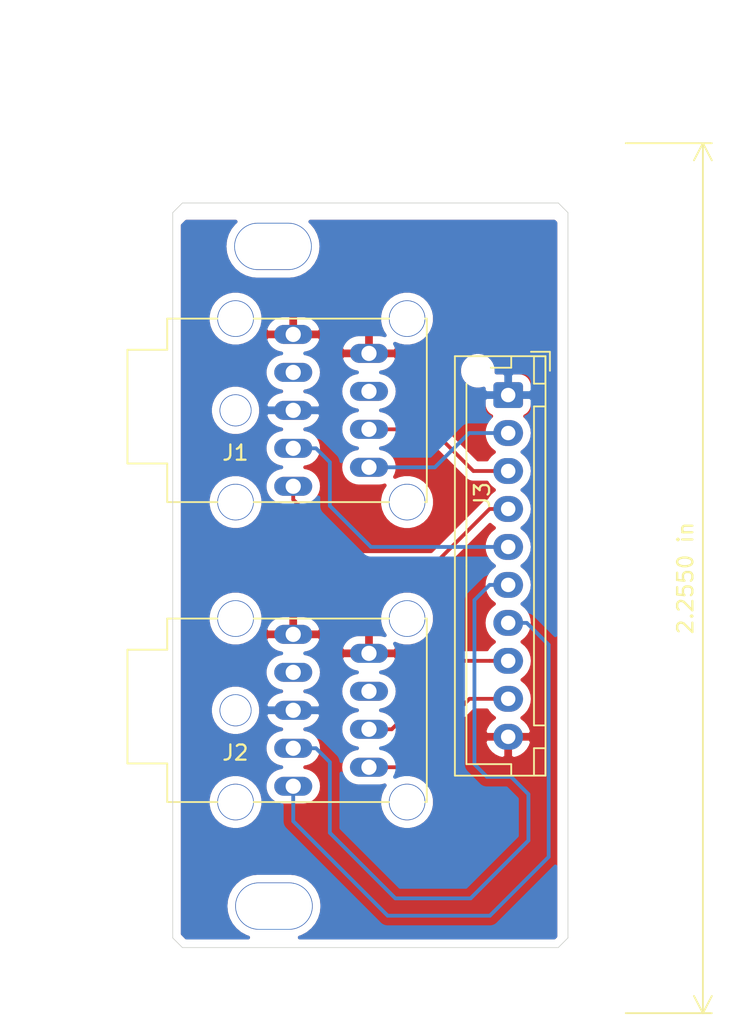
<source format=kicad_pcb>
(kicad_pcb (version 20171130) (host pcbnew "(5.1.5)-3")

  (general
    (thickness 1.6)
    (drawings 13)
    (tracks 43)
    (zones 0)
    (modules 5)
    (nets 15)
  )

  (page A4)
  (layers
    (0 F.Cu signal)
    (31 B.Cu signal)
    (32 B.Adhes user)
    (33 F.Adhes user)
    (34 B.Paste user)
    (35 F.Paste user)
    (36 B.SilkS user)
    (37 F.SilkS user)
    (38 B.Mask user)
    (39 F.Mask user)
    (40 Dwgs.User user)
    (41 Cmts.User user)
    (42 Eco1.User user)
    (43 Eco2.User user)
    (44 Edge.Cuts user)
    (45 Margin user)
    (46 B.CrtYd user)
    (47 F.CrtYd user)
    (48 B.Fab user)
    (49 F.Fab user)
  )

  (setup
    (last_trace_width 0.25)
    (trace_clearance 0.2)
    (zone_clearance 0.508)
    (zone_45_only no)
    (trace_min 0.2)
    (via_size 0.8)
    (via_drill 0.4)
    (via_min_size 0.4)
    (via_min_drill 0.3)
    (uvia_size 0.3)
    (uvia_drill 0.1)
    (uvias_allowed no)
    (uvia_min_size 0.2)
    (uvia_min_drill 0.1)
    (edge_width 0.05)
    (segment_width 0.2)
    (pcb_text_width 0.3)
    (pcb_text_size 1.5 1.5)
    (mod_edge_width 0.12)
    (mod_text_size 1 1)
    (mod_text_width 0.15)
    (pad_size 5.1 3.1)
    (pad_drill 5)
    (pad_to_mask_clearance 0.051)
    (solder_mask_min_width 0.25)
    (aux_axis_origin 0 0)
    (visible_elements 7FFFFFFF)
    (pcbplotparams
      (layerselection 0x010fc_ffffffff)
      (usegerberextensions false)
      (usegerberattributes false)
      (usegerberadvancedattributes false)
      (creategerberjobfile false)
      (excludeedgelayer true)
      (linewidth 0.100000)
      (plotframeref false)
      (viasonmask false)
      (mode 1)
      (useauxorigin false)
      (hpglpennumber 1)
      (hpglpenspeed 20)
      (hpglpendiameter 15.000000)
      (psnegative false)
      (psa4output false)
      (plotreference true)
      (plotvalue true)
      (plotinvisibletext false)
      (padsonsilk false)
      (subtractmaskfromsilk false)
      (outputformat 1)
      (mirror false)
      (drillshape 1)
      (scaleselection 1)
      (outputdirectory ""))
  )

  (net 0 "")
  (net 1 "Net-(J1-PadTN4)")
  (net 2 "Net-(J1-PadRN3)")
  (net 3 "Net-(J1-PadR2)")
  (net 4 "Net-(J1-PadR22)")
  (net 5 "Net-(J1-PadTN24)")
  (net 6 "Net-(J1-PadRN23)")
  (net 7 "Net-(J2-PadRN23)")
  (net 8 "Net-(J2-PadTN24)")
  (net 9 "Net-(J2-PadR2)")
  (net 10 "Net-(J2-PadRN3)")
  (net 11 "Net-(J2-PadTN4)")
  (net 12 "Net-(J2-PadR22)")
  (net 13 +3V3)
  (net 14 GND)

  (net_class Default "This is the default net class."
    (clearance 0.2)
    (trace_width 0.25)
    (via_dia 0.8)
    (via_drill 0.4)
    (uvia_dia 0.3)
    (uvia_drill 0.1)
    (add_net +3V3)
    (add_net GND)
    (add_net "Net-(J1-PadR2)")
    (add_net "Net-(J1-PadR22)")
    (add_net "Net-(J1-PadRN23)")
    (add_net "Net-(J1-PadRN3)")
    (add_net "Net-(J1-PadTN24)")
    (add_net "Net-(J1-PadTN4)")
    (add_net "Net-(J2-PadR2)")
    (add_net "Net-(J2-PadR22)")
    (add_net "Net-(J2-PadRN23)")
    (add_net "Net-(J2-PadRN3)")
    (add_net "Net-(J2-PadTN24)")
    (add_net "Net-(J2-PadTN4)")
  )

  (module Connector_Pin:Pin_D1.0mm_L10.0mm (layer F.Cu) (tedit 5F8DD717) (tstamp 5F8E1496)
    (at 109.474 91.694)
    (descr "solder Pin_ diameter 1.0mm, hole diameter 1.0mm (press fit), length 10.0mm")
    (tags "solder Pin_ press fit")
    (fp_text reference " " (at 0 2.25) (layer F.SilkS)
      (effects (font (size 1 1) (thickness 0.15)))
    )
    (fp_text value Pin_D1.0mm_L10.0mm (at 0 -2.05) (layer F.Fab)
      (effects (font (size 1 1) (thickness 0.15)))
    )
    (fp_text user %R (at 0 2.25) (layer F.Fab)
      (effects (font (size 1 1) (thickness 0.15)))
    )
    (fp_circle (center 0 0) (end 1.5 0) (layer F.CrtYd) (width 0.05))
    (fp_circle (center 0 0) (end 0.5 0) (layer F.Fab) (width 0.12))
    (fp_circle (center 0 0) (end 1 0) (layer F.Fab) (width 0.12))
    (fp_circle (center 0 0) (end 1.25 0.05) (layer F.SilkS) (width 0.12))
    (pad 1 thru_hole oval (at 0 0) (size 5.1 3.1) (drill oval 5 3) (layers *.Cu *.Mask))
    (model ${KISYS3DMOD}/Connector_Pin.3dshapes/Pin_D1.0mm_L10.0mm.wrl
      (at (xyz 0 0 0))
      (scale (xyz 1 1 1))
      (rotate (xyz 0 0 0))
    )
  )

  (module Connector_Pin:Pin_D1.0mm_L10.0mm (layer F.Cu) (tedit 5F8DCD5F) (tstamp 5F8E13ED)
    (at 109.4105 48.26)
    (descr "solder Pin_ diameter 1.0mm, hole diameter 1.0mm (press fit), length 10.0mm")
    (tags "solder Pin_ press fit")
    (fp_text reference " " (at 0 2.25) (layer F.SilkS)
      (effects (font (size 1 1) (thickness 0.15)))
    )
    (fp_text value Pin_D1.0mm_L10.0mm (at 0 -2.05) (layer F.Fab)
      (effects (font (size 1 1) (thickness 0.15)))
    )
    (fp_circle (center 0 0) (end 1.25 0.05) (layer F.SilkS) (width 0.12))
    (fp_circle (center 0 0) (end 1 0) (layer F.Fab) (width 0.12))
    (fp_circle (center 0 0) (end 0.5 0) (layer F.Fab) (width 0.12))
    (fp_circle (center 0 0) (end 1.5 0) (layer F.CrtYd) (width 0.05))
    (pad 1 thru_hole oval (at 0 0) (size 5.1 3.1) (drill oval 5 3) (layers *.Cu *.Mask))
    (model ${KISYS3DMOD}/Connector_Pin.3dshapes/Pin_D1.0mm_L10.0mm.wrl
      (at (xyz 0 0 0))
      (scale (xyz 1 1 1))
      (rotate (xyz 0 0 0))
    )
  )

  (module Connector_JST:JST_XH_B10B-XH-AM_1x10_P2.50mm_Vertical (layer F.Cu) (tedit 5B7754C5) (tstamp 5F877D73)
    (at 124.9045 58.0485 270)
    (descr "JST XH series connector, B10B-XH-AM, with boss (http://www.jst-mfg.com/product/pdf/eng/eXH.pdf), generated with kicad-footprint-generator")
    (tags "connector JST XH side entry boss")
    (path /5F8D1B6D)
    (fp_text reference J3 (at 6.5945 1.7145 90) (layer F.SilkS)
      (effects (font (size 1 1) (thickness 0.15)))
    )
    (fp_text value Conn_01x10_Female (at 11.25 4.6 90) (layer F.Fab)
      (effects (font (size 1 1) (thickness 0.15)))
    )
    (fp_line (start -2.45 -2.35) (end -2.45 3.4) (layer F.Fab) (width 0.1))
    (fp_line (start -2.45 3.4) (end 24.95 3.4) (layer F.Fab) (width 0.1))
    (fp_line (start 24.95 3.4) (end 24.95 -2.35) (layer F.Fab) (width 0.1))
    (fp_line (start 24.95 -2.35) (end -2.45 -2.35) (layer F.Fab) (width 0.1))
    (fp_line (start -2.56 -2.46) (end -2.56 3.51) (layer F.SilkS) (width 0.12))
    (fp_line (start -2.56 3.51) (end 25.06 3.51) (layer F.SilkS) (width 0.12))
    (fp_line (start 25.06 3.51) (end 25.06 -2.46) (layer F.SilkS) (width 0.12))
    (fp_line (start 25.06 -2.46) (end -2.56 -2.46) (layer F.SilkS) (width 0.12))
    (fp_line (start -2.95 -2.85) (end -2.95 3.9) (layer F.CrtYd) (width 0.05))
    (fp_line (start -2.95 3.9) (end 25.45 3.9) (layer F.CrtYd) (width 0.05))
    (fp_line (start 25.45 3.9) (end 25.45 -2.85) (layer F.CrtYd) (width 0.05))
    (fp_line (start 25.45 -2.85) (end -2.95 -2.85) (layer F.CrtYd) (width 0.05))
    (fp_line (start -0.625 -2.35) (end 0 -1.35) (layer F.Fab) (width 0.1))
    (fp_line (start 0 -1.35) (end 0.625 -2.35) (layer F.Fab) (width 0.1))
    (fp_line (start 0.75 -2.45) (end 0.75 -1.7) (layer F.SilkS) (width 0.12))
    (fp_line (start 0.75 -1.7) (end 21.75 -1.7) (layer F.SilkS) (width 0.12))
    (fp_line (start 21.75 -1.7) (end 21.75 -2.45) (layer F.SilkS) (width 0.12))
    (fp_line (start 21.75 -2.45) (end 0.75 -2.45) (layer F.SilkS) (width 0.12))
    (fp_line (start -2.55 -2.45) (end -2.55 -1.7) (layer F.SilkS) (width 0.12))
    (fp_line (start -2.55 -1.7) (end -0.75 -1.7) (layer F.SilkS) (width 0.12))
    (fp_line (start -0.75 -1.7) (end -0.75 -2.45) (layer F.SilkS) (width 0.12))
    (fp_line (start -0.75 -2.45) (end -2.55 -2.45) (layer F.SilkS) (width 0.12))
    (fp_line (start 23.25 -2.45) (end 23.25 -1.7) (layer F.SilkS) (width 0.12))
    (fp_line (start 23.25 -1.7) (end 25.05 -1.7) (layer F.SilkS) (width 0.12))
    (fp_line (start 25.05 -1.7) (end 25.05 -2.45) (layer F.SilkS) (width 0.12))
    (fp_line (start 25.05 -2.45) (end 23.25 -2.45) (layer F.SilkS) (width 0.12))
    (fp_line (start -2.55 -0.2) (end -1.8 -0.2) (layer F.SilkS) (width 0.12))
    (fp_line (start -1.8 -0.2) (end -1.8 1.14) (layer F.SilkS) (width 0.12))
    (fp_line (start 11.25 2.75) (end -0.74 2.75) (layer F.SilkS) (width 0.12))
    (fp_line (start 25.05 -0.2) (end 24.3 -0.2) (layer F.SilkS) (width 0.12))
    (fp_line (start 24.3 -0.2) (end 24.3 2.75) (layer F.SilkS) (width 0.12))
    (fp_line (start 24.3 2.75) (end 11.25 2.75) (layer F.SilkS) (width 0.12))
    (fp_line (start -1.6 -2.75) (end -2.85 -2.75) (layer F.SilkS) (width 0.12))
    (fp_line (start -2.85 -2.75) (end -2.85 -1.5) (layer F.SilkS) (width 0.12))
    (fp_text user %R (at 11.25 2.7 90) (layer F.Fab)
      (effects (font (size 1 1) (thickness 0.15)))
    )
    (pad 1 thru_hole roundrect (at 0 0 270) (size 1.7 1.95) (drill 0.95) (layers *.Cu *.Mask) (roundrect_rratio 0.147059)
      (net 14 GND))
    (pad 2 thru_hole oval (at 2.5 0 270) (size 1.7 1.95) (drill 0.95) (layers *.Cu *.Mask)
      (net 4 "Net-(J1-PadR22)"))
    (pad 3 thru_hole oval (at 5 0 270) (size 1.7 1.95) (drill 0.95) (layers *.Cu *.Mask)
      (net 6 "Net-(J1-PadRN23)"))
    (pad 4 thru_hole oval (at 7.5 0 270) (size 1.7 1.95) (drill 0.95) (layers *.Cu *.Mask)
      (net 3 "Net-(J1-PadR2)"))
    (pad 5 thru_hole oval (at 10 0 270) (size 1.7 1.95) (drill 0.95) (layers *.Cu *.Mask)
      (net 2 "Net-(J1-PadRN3)"))
    (pad 6 thru_hole oval (at 12.5 0 270) (size 1.7 1.95) (drill 0.95) (layers *.Cu *.Mask)
      (net 10 "Net-(J2-PadRN3)"))
    (pad 7 thru_hole oval (at 15 0 270) (size 1.7 1.95) (drill 0.95) (layers *.Cu *.Mask)
      (net 9 "Net-(J2-PadR2)"))
    (pad 8 thru_hole oval (at 17.5 0 270) (size 1.7 1.95) (drill 0.95) (layers *.Cu *.Mask)
      (net 7 "Net-(J2-PadRN23)"))
    (pad 9 thru_hole oval (at 20 0 270) (size 1.7 1.95) (drill 0.95) (layers *.Cu *.Mask)
      (net 12 "Net-(J2-PadR22)"))
    (pad 10 thru_hole oval (at 22.5 0 270) (size 1.7 1.95) (drill 0.95) (layers *.Cu *.Mask)
      (net 13 +3V3))
    (pad "" np_thru_hole circle (at -1.6 2 270) (size 1.2 1.2) (drill 1.2) (layers *.Cu *.Mask))
    (model ${KISYS3DMOD}/Connector_JST.3dshapes/JST_XH_B10B-XH-AM_1x10_P2.50mm_Vertical.wrl
      (at (xyz 0 0 0))
      (scale (xyz 1 1 1))
      (rotate (xyz 0 0 0))
    )
  )

  (module Connector_Audio:Jack_3.5mm_DoubleStack (layer F.Cu) (tedit 5F863BC1) (tstamp 5F8775C3)
    (at 110.744 59.055)
    (path /5F8D479C)
    (fp_text reference J1 (at -3.81 2.794) (layer F.SilkS)
      (effects (font (size 1 1) (thickness 0.15)))
    )
    (fp_text value AudioJack3_Dual_Stacked (at 0 -22.852) (layer F.Fab)
      (effects (font (size 1 1) (thickness 0.15)))
    )
    (fp_line (start 8.8 0) (end 8.8 -6.04) (layer F.SilkS) (width 0.12))
    (fp_line (start 8.8 -6.04) (end -8.3 -6.04) (layer F.SilkS) (width 0.12))
    (fp_line (start -8.3 -6.04) (end -8.3 -3.99) (layer F.SilkS) (width 0.12))
    (fp_line (start -8.3 -3.99) (end -10.92 -3.99) (layer F.SilkS) (width 0.12))
    (fp_line (start -10.92 -3.99) (end -10.92 3.5) (layer F.SilkS) (width 0.12))
    (fp_line (start -10.92 3.5) (end -8.3 3.5) (layer F.SilkS) (width 0.12))
    (fp_line (start -8.3 3.5) (end -8.3 6.04) (layer F.SilkS) (width 0.12))
    (fp_line (start -8.3 6.04) (end 8.8 6.04) (layer F.SilkS) (width 0.12))
    (fp_line (start 8.8 6.04) (end 8.8 0) (layer F.SilkS) (width 0.12))
    (pad MB thru_hole oval (at 7.5 -6.04 270) (size 2.4 2.4) (drill oval 2.3) (layers *.Cu))
    (pad MB thru_hole oval (at -3.8 -6.04 270) (size 2.4 2.4) (drill oval 2.3) (layers *.Cu))
    (pad RN23 thru_hole oval (at 4.99 1.25 270) (size 1.25 2.5) (drill oval 1) (layers *.Cu *.Mask)
      (net 6 "Net-(J1-PadRN23)") (die_length 3))
    (pad TN24 thru_hole oval (at 4.99 -1.25 270) (size 1.25 2.5) (drill oval 1) (layers *.Cu *.Mask)
      (net 5 "Net-(J1-PadTN24)") (die_length 3))
    (pad T25 thru_hole oval (at 4.99 -3.75 270) (size 1.25 2.5) (drill oval 1) (layers *.Cu *.Mask)
      (net 13 +3V3) (die_length 3))
    (pad R22 thru_hole oval (at 4.99 3.75 270) (size 1.25 2.5) (drill oval 1) (layers *.Cu *.Mask)
      (net 4 "Net-(J1-PadR22)") (die_length 3))
    (pad R2 thru_hole oval (at 0 5 270) (size 1.25 2.5) (drill oval 1) (layers *.Cu *.Mask)
      (net 3 "Net-(J1-PadR2)") (die_length 3))
    (pad RN3 thru_hole oval (at 0 2.5 270) (size 1.25 2.5) (drill oval 1) (layers *.Cu *.Mask)
      (net 2 "Net-(J1-PadRN3)") (die_length 3))
    (pad S1 thru_hole oval (at 0 0 270) (size 1.25 2.5) (drill oval 1) (layers *.Cu *.Mask)
      (net 14 GND) (die_length 3))
    (pad T5 thru_hole oval (at 0 -5 270) (size 1.25 2.5) (drill oval 1) (layers *.Cu *.Mask)
      (net 13 +3V3) (die_length 3))
    (pad TN4 thru_hole oval (at 0 -2.5 270) (size 1.25 2.5) (drill oval 1) (layers *.Cu *.Mask)
      (net 1 "Net-(J1-PadTN4)") (die_length 3))
    (pad MB thru_hole oval (at 7.5 6.04 270) (size 2.4 2.4) (drill oval 2.3) (layers *.Cu))
    (pad MB thru_hole oval (at -3.8 6.04 270) (size 2.4 2.4) (drill oval 2.3) (layers *.Cu))
    (pad PH thru_hole circle (at -3.8 0 270) (size 2.1 2.1) (drill 2) (layers *.Cu))
  )

  (module Connector_Audio:Jack_3.5mm_DoubleStack (layer F.Cu) (tedit 5F863BC1) (tstamp 5F8775DE)
    (at 110.744 78.8035)
    (path /5F8DB978)
    (fp_text reference J2 (at -3.81 2.794) (layer F.SilkS)
      (effects (font (size 1 1) (thickness 0.15)))
    )
    (fp_text value AudioJack3_Dual_Stacked (at 0 -22.852) (layer F.Fab)
      (effects (font (size 1 1) (thickness 0.15)))
    )
    (fp_line (start 8.8 6.04) (end 8.8 0) (layer F.SilkS) (width 0.12))
    (fp_line (start -8.3 6.04) (end 8.8 6.04) (layer F.SilkS) (width 0.12))
    (fp_line (start -8.3 3.5) (end -8.3 6.04) (layer F.SilkS) (width 0.12))
    (fp_line (start -10.92 3.5) (end -8.3 3.5) (layer F.SilkS) (width 0.12))
    (fp_line (start -10.92 -3.99) (end -10.92 3.5) (layer F.SilkS) (width 0.12))
    (fp_line (start -8.3 -3.99) (end -10.92 -3.99) (layer F.SilkS) (width 0.12))
    (fp_line (start -8.3 -6.04) (end -8.3 -3.99) (layer F.SilkS) (width 0.12))
    (fp_line (start 8.8 -6.04) (end -8.3 -6.04) (layer F.SilkS) (width 0.12))
    (fp_line (start 8.8 0) (end 8.8 -6.04) (layer F.SilkS) (width 0.12))
    (pad PH thru_hole circle (at -3.8 0 270) (size 2.1 2.1) (drill 2) (layers *.Cu))
    (pad MB thru_hole oval (at -3.8 6.04 270) (size 2.4 2.4) (drill oval 2.3) (layers *.Cu))
    (pad MB thru_hole oval (at 7.5 6.04 270) (size 2.4 2.4) (drill oval 2.3) (layers *.Cu))
    (pad TN4 thru_hole oval (at 0 -2.5 270) (size 1.25 2.5) (drill oval 1) (layers *.Cu *.Mask)
      (net 11 "Net-(J2-PadTN4)") (die_length 3))
    (pad T5 thru_hole oval (at 0 -5 270) (size 1.25 2.5) (drill oval 1) (layers *.Cu *.Mask)
      (net 13 +3V3) (die_length 3))
    (pad S1 thru_hole oval (at 0 0 270) (size 1.25 2.5) (drill oval 1) (layers *.Cu *.Mask)
      (net 14 GND) (die_length 3))
    (pad RN3 thru_hole oval (at 0 2.5 270) (size 1.25 2.5) (drill oval 1) (layers *.Cu *.Mask)
      (net 10 "Net-(J2-PadRN3)") (die_length 3))
    (pad R2 thru_hole oval (at 0 5 270) (size 1.25 2.5) (drill oval 1) (layers *.Cu *.Mask)
      (net 9 "Net-(J2-PadR2)") (die_length 3))
    (pad R22 thru_hole oval (at 4.99 3.75 270) (size 1.25 2.5) (drill oval 1) (layers *.Cu *.Mask)
      (net 12 "Net-(J2-PadR22)") (die_length 3))
    (pad T25 thru_hole oval (at 4.99 -3.75 270) (size 1.25 2.5) (drill oval 1) (layers *.Cu *.Mask)
      (net 13 +3V3) (die_length 3))
    (pad TN24 thru_hole oval (at 4.99 -1.25 270) (size 1.25 2.5) (drill oval 1) (layers *.Cu *.Mask)
      (net 8 "Net-(J2-PadTN24)") (die_length 3))
    (pad RN23 thru_hole oval (at 4.99 1.25 270) (size 1.25 2.5) (drill oval 1) (layers *.Cu *.Mask)
      (net 7 "Net-(J2-PadRN23)") (die_length 3))
    (pad MB thru_hole oval (at -3.8 -6.04 270) (size 2.4 2.4) (drill oval 2.3) (layers *.Cu))
    (pad MB thru_hole oval (at 7.5 -6.04 270) (size 2.4 2.4) (drill oval 2.3) (layers *.Cu))
  )

  (dimension 25.908 (width 0.12) (layer F.CrtYd)
    (gr_text "25.908 mm" (at 115.8875 32.766) (layer F.CrtYd)
      (effects (font (size 1 1) (thickness 0.15)))
    )
    (feature1 (pts (xy 128.8415 47.117) (xy 128.8415 33.449579)))
    (feature2 (pts (xy 102.9335 47.117) (xy 102.9335 33.449579)))
    (crossbar (pts (xy 102.9335 34.036) (xy 128.8415 34.036)))
    (arrow1a (pts (xy 128.8415 34.036) (xy 127.714996 34.622421)))
    (arrow1b (pts (xy 128.8415 34.036) (xy 127.714996 33.449579)))
    (arrow2a (pts (xy 102.9335 34.036) (xy 104.060004 34.622421)))
    (arrow2b (pts (xy 102.9335 34.036) (xy 104.060004 33.449579)))
  )
  (dimension 7.0485 (width 0.12) (layer F.Fab) (tstamp 5F878E0C)
    (gr_text "7.048 mm" (at 105.94975 42.2275) (layer F.Fab) (tstamp 5F8E1489)
      (effects (font (size 1 1) (thickness 0.15)))
    )
    (feature1 (pts (xy 109.474 53.015) (xy 109.474 42.911079)))
    (feature2 (pts (xy 102.4255 53.015) (xy 102.4255 42.911079)))
    (crossbar (pts (xy 102.4255 43.4975) (xy 109.474 43.4975)))
    (arrow1a (pts (xy 109.474 43.4975) (xy 108.347496 44.083921)))
    (arrow1b (pts (xy 109.474 43.4975) (xy 108.347496 42.911079)))
    (arrow2a (pts (xy 102.4255 43.4975) (xy 103.552004 44.083921)))
    (arrow2b (pts (xy 102.4255 43.4975) (xy 103.552004 42.911079)))
  )
  (dimension 57.277 (width 0.12) (layer F.SilkS) (tstamp 5F878899)
    (gr_text "57.277 mm" (at 139.0015 70.104 270) (layer F.SilkS) (tstamp 5F878899)
      (effects (font (size 1 1) (thickness 0.15)))
    )
    (feature1 (pts (xy 132.6515 98.7425) (xy 138.317921 98.7425)))
    (feature2 (pts (xy 132.6515 41.4655) (xy 138.317921 41.4655)))
    (crossbar (pts (xy 137.7315 41.4655) (xy 137.7315 98.7425)))
    (arrow1a (pts (xy 137.7315 98.7425) (xy 137.145079 97.615996)))
    (arrow1b (pts (xy 137.7315 98.7425) (xy 138.317921 97.615996)))
    (arrow2a (pts (xy 137.7315 41.4655) (xy 137.145079 42.592004)))
    (arrow2b (pts (xy 137.7315 41.4655) (xy 138.317921 42.592004)))
  )
  (dimension 7.0485 (width 0.12) (layer F.Fab)
    (gr_text "7.048 mm" (at 105.96825 100.076) (layer F.Fab) (tstamp 5F8E150E)
      (effects (font (size 1 1) (thickness 0.15)))
    )
    (feature1 (pts (xy 109.4925 85.3515) (xy 109.4925 99.392421)))
    (feature2 (pts (xy 102.444 85.3515) (xy 102.444 99.392421)))
    (crossbar (pts (xy 102.444 98.806) (xy 109.4925 98.806)))
    (arrow1a (pts (xy 109.4925 98.806) (xy 108.365996 99.392421)))
    (arrow1b (pts (xy 109.4925 98.806) (xy 108.365996 98.219579)))
    (arrow2a (pts (xy 102.444 98.806) (xy 103.570504 99.392421)))
    (arrow2b (pts (xy 102.444 98.806) (xy 103.570504 98.219579)))
  )
  (dimension 43.4975 (width 0.12) (layer F.Fab) (tstamp 5F878E9E)
    (gr_text "43.498 mm" (at 95.123 69.94525 270) (layer F.Fab) (tstamp 5F8E16D4)
      (effects (font (size 1 1) (thickness 0.15)))
    )
    (feature1 (pts (xy 109.982 91.694) (xy 95.806579 91.694)))
    (feature2 (pts (xy 109.982 48.1965) (xy 95.806579 48.1965)))
    (crossbar (pts (xy 96.393 48.1965) (xy 96.393 91.694)))
    (arrow1a (pts (xy 96.393 91.694) (xy 95.806579 90.567496)))
    (arrow1b (pts (xy 96.393 91.694) (xy 96.979421 90.567496)))
    (arrow2a (pts (xy 96.393 48.1965) (xy 95.806579 49.323004)))
    (arrow2b (pts (xy 96.393 48.1965) (xy 96.979421 49.323004)))
  )
  (gr_line (start 102.8065 93.7895) (end 102.8065 46.0375) (layer Edge.Cuts) (width 0.05) (tstamp 5E0C656E))
  (gr_line (start 103.4415 94.4245) (end 102.8065 93.7895) (layer Edge.Cuts) (width 0.05))
  (gr_line (start 128.2065 94.4245) (end 103.4415 94.4245) (layer Edge.Cuts) (width 0.05))
  (gr_line (start 128.8415 93.7895) (end 128.2065 94.4245) (layer Edge.Cuts) (width 0.05))
  (gr_line (start 128.8415 46.0375) (end 128.8415 93.7895) (layer Edge.Cuts) (width 0.05))
  (gr_line (start 128.2065 45.4025) (end 128.8415 46.0375) (layer Edge.Cuts) (width 0.05))
  (gr_line (start 103.4415 45.4025) (end 128.2065 45.4025) (layer Edge.Cuts) (width 0.05))
  (gr_line (start 103.4415 45.4025) (end 102.8065 46.0375) (layer Edge.Cuts) (width 0.05))

  (segment (start 112.244 61.555) (end 113.157 62.468) (width 0.25) (layer B.Cu) (net 2))
  (segment (start 110.744 61.555) (end 112.244 61.555) (width 0.25) (layer B.Cu) (net 2))
  (segment (start 113.157 62.468) (end 113.157 65.3415) (width 0.25) (layer B.Cu) (net 2))
  (segment (start 115.864 68.0485) (end 124.9045 68.0485) (width 0.25) (layer B.Cu) (net 2))
  (segment (start 113.157 65.3415) (end 115.864 68.0485) (width 0.25) (layer B.Cu) (net 2))
  (segment (start 110.744 64.93) (end 114.902 69.088) (width 0.25) (layer F.Cu) (net 3))
  (segment (start 110.744 64.055) (end 110.744 64.93) (width 0.25) (layer F.Cu) (net 3))
  (segment (start 123.6795 65.5485) (end 124.9045 65.5485) (width 0.25) (layer F.Cu) (net 3))
  (segment (start 120.14 69.088) (end 123.6795 65.5485) (width 0.25) (layer F.Cu) (net 3))
  (segment (start 114.902 69.088) (end 120.14 69.088) (width 0.25) (layer F.Cu) (net 3))
  (segment (start 115.734 62.805) (end 120.075 62.805) (width 0.25) (layer B.Cu) (net 4))
  (segment (start 122.3315 60.5485) (end 124.9045 60.5485) (width 0.25) (layer B.Cu) (net 4))
  (segment (start 120.075 62.805) (end 122.3315 60.5485) (width 0.25) (layer B.Cu) (net 4))
  (segment (start 115.734 60.305) (end 119.868 60.305) (width 0.25) (layer F.Cu) (net 6))
  (segment (start 122.6115 63.0485) (end 124.9045 63.0485) (width 0.25) (layer F.Cu) (net 6))
  (segment (start 119.868 60.305) (end 122.6115 63.0485) (width 0.25) (layer F.Cu) (net 6))
  (segment (start 123.6795 75.5485) (end 124.9045 75.5485) (width 0.25) (layer F.Cu) (net 7))
  (segment (start 121.739 75.5485) (end 123.6795 75.5485) (width 0.25) (layer F.Cu) (net 7))
  (segment (start 117.234 80.0535) (end 121.739 75.5485) (width 0.25) (layer F.Cu) (net 7))
  (segment (start 115.734 80.0535) (end 117.234 80.0535) (width 0.25) (layer F.Cu) (net 7))
  (segment (start 110.744 83.8035) (end 110.744 86.106) (width 0.25) (layer B.Cu) (net 9))
  (segment (start 110.744 86.106) (end 116.967 92.329) (width 0.25) (layer B.Cu) (net 9))
  (segment (start 116.967 92.329) (end 123.698 92.329) (width 0.25) (layer B.Cu) (net 9))
  (segment (start 123.698 92.329) (end 127.5715 88.4555) (width 0.25) (layer B.Cu) (net 9))
  (segment (start 126.1295 73.0485) (end 124.9045 73.0485) (width 0.25) (layer B.Cu) (net 9))
  (segment (start 127.5715 74.4905) (end 126.1295 73.0485) (width 0.25) (layer B.Cu) (net 9))
  (segment (start 127.5715 88.4555) (end 127.5715 74.4905) (width 0.25) (layer B.Cu) (net 9))
  (segment (start 123.6795 70.5485) (end 124.9045 70.5485) (width 0.25) (layer B.Cu) (net 10))
  (segment (start 122.682 71.546) (end 123.6795 70.5485) (width 0.25) (layer B.Cu) (net 10))
  (segment (start 117.475 91.186) (end 122.428 91.186) (width 0.25) (layer B.Cu) (net 10))
  (segment (start 126.238 87.376) (end 126.238 84.328) (width 0.25) (layer B.Cu) (net 10))
  (segment (start 113.157 86.868) (end 117.475 91.186) (width 0.25) (layer B.Cu) (net 10))
  (segment (start 112.244 81.3035) (end 113.157 82.2165) (width 0.25) (layer B.Cu) (net 10))
  (segment (start 113.157 82.2165) (end 113.157 86.868) (width 0.25) (layer B.Cu) (net 10))
  (segment (start 110.744 81.3035) (end 112.244 81.3035) (width 0.25) (layer B.Cu) (net 10))
  (segment (start 123.5075 83.185) (end 122.682 82.3595) (width 0.25) (layer B.Cu) (net 10))
  (segment (start 122.428 91.186) (end 126.238 87.376) (width 0.25) (layer B.Cu) (net 10))
  (segment (start 125.095 83.185) (end 123.5075 83.185) (width 0.25) (layer B.Cu) (net 10))
  (segment (start 126.238 84.328) (end 125.095 83.185) (width 0.25) (layer B.Cu) (net 10))
  (segment (start 122.682 82.3595) (end 122.682 71.546) (width 0.25) (layer B.Cu) (net 10))
  (segment (start 115.734 82.5535) (end 117.8525 82.5535) (width 0.25) (layer F.Cu) (net 12))
  (segment (start 122.3575 78.0485) (end 124.9045 78.0485) (width 0.25) (layer F.Cu) (net 12))
  (segment (start 117.8525 82.5535) (end 122.3575 78.0485) (width 0.25) (layer F.Cu) (net 12))

  (zone (net 14) (net_name GND) (layer B.Cu) (tstamp 5F8876C7) (hatch edge 0.508)
    (connect_pads (clearance 0.508))
    (min_thickness 0.254)
    (fill yes (arc_segments 32) (thermal_gap 0.508) (thermal_bridge_width 0.508))
    (polygon
      (pts
        (xy 128.143 93.98) (xy 103.3145 93.98) (xy 103.3145 46.101) (xy 128.143 46.101)
      )
    )
    (filled_polygon
      (pts
        (xy 106.857996 46.707496) (xy 106.584949 47.040206) (xy 106.382056 47.419791) (xy 106.257115 47.831665) (xy 106.214928 48.26)
        (xy 106.257115 48.688335) (xy 106.382056 49.100209) (xy 106.584949 49.479794) (xy 106.857996 49.812504) (xy 107.190706 50.085551)
        (xy 107.570291 50.288444) (xy 107.982165 50.413385) (xy 108.30316 50.445) (xy 110.51784 50.445) (xy 110.838835 50.413385)
        (xy 111.250709 50.288444) (xy 111.630294 50.085551) (xy 111.963004 49.812504) (xy 112.236051 49.479794) (xy 112.438944 49.100209)
        (xy 112.563885 48.688335) (xy 112.606072 48.26) (xy 112.563885 47.831665) (xy 112.438944 47.419791) (xy 112.236051 47.040206)
        (xy 111.963004 46.707496) (xy 111.873449 46.634) (xy 127.93312 46.634) (xy 128.016 46.71688) (xy 128.016 73.860198)
        (xy 126.693304 72.537503) (xy 126.669501 72.508499) (xy 126.553776 72.413526) (xy 126.421747 72.342954) (xy 126.319646 72.311983)
        (xy 126.270206 72.219486) (xy 126.084634 71.993366) (xy 125.858514 71.807794) (xy 125.841126 71.7985) (xy 125.858514 71.789206)
        (xy 126.084634 71.603634) (xy 126.270206 71.377514) (xy 126.408099 71.119534) (xy 126.493013 70.839611) (xy 126.521685 70.5485)
        (xy 126.493013 70.257389) (xy 126.408099 69.977466) (xy 126.270206 69.719486) (xy 126.084634 69.493366) (xy 125.858514 69.307794)
        (xy 125.841126 69.2985) (xy 125.858514 69.289206) (xy 126.084634 69.103634) (xy 126.270206 68.877514) (xy 126.408099 68.619534)
        (xy 126.493013 68.339611) (xy 126.521685 68.0485) (xy 126.493013 67.757389) (xy 126.408099 67.477466) (xy 126.270206 67.219486)
        (xy 126.084634 66.993366) (xy 125.858514 66.807794) (xy 125.841126 66.7985) (xy 125.858514 66.789206) (xy 126.084634 66.603634)
        (xy 126.270206 66.377514) (xy 126.408099 66.119534) (xy 126.493013 65.839611) (xy 126.521685 65.5485) (xy 126.493013 65.257389)
        (xy 126.408099 64.977466) (xy 126.270206 64.719486) (xy 126.084634 64.493366) (xy 125.858514 64.307794) (xy 125.841126 64.2985)
        (xy 125.858514 64.289206) (xy 126.084634 64.103634) (xy 126.270206 63.877514) (xy 126.408099 63.619534) (xy 126.493013 63.339611)
        (xy 126.521685 63.0485) (xy 126.493013 62.757389) (xy 126.408099 62.477466) (xy 126.270206 62.219486) (xy 126.084634 61.993366)
        (xy 125.858514 61.807794) (xy 125.841126 61.7985) (xy 125.858514 61.789206) (xy 126.084634 61.603634) (xy 126.270206 61.377514)
        (xy 126.408099 61.119534) (xy 126.493013 60.839611) (xy 126.521685 60.5485) (xy 126.493013 60.257389) (xy 126.408099 59.977466)
        (xy 126.270206 59.719486) (xy 126.088892 59.498555) (xy 126.12368 59.488002) (xy 126.233994 59.429037) (xy 126.330685 59.349685)
        (xy 126.410037 59.252994) (xy 126.469002 59.14268) (xy 126.505312 59.022982) (xy 126.517572 58.8985) (xy 126.5145 58.33425)
        (xy 126.35575 58.1755) (xy 125.0315 58.1755) (xy 125.0315 58.1955) (xy 124.7775 58.1955) (xy 124.7775 58.1755)
        (xy 123.45325 58.1755) (xy 123.2945 58.33425) (xy 123.291428 58.8985) (xy 123.303688 59.022982) (xy 123.339998 59.14268)
        (xy 123.398963 59.252994) (xy 123.478315 59.349685) (xy 123.575006 59.429037) (xy 123.68532 59.488002) (xy 123.720108 59.498555)
        (xy 123.538794 59.719486) (xy 123.501905 59.7885) (xy 122.368823 59.7885) (xy 122.3315 59.784824) (xy 122.294177 59.7885)
        (xy 122.294167 59.7885) (xy 122.182514 59.799497) (xy 122.039253 59.842954) (xy 121.907223 59.913526) (xy 121.829313 59.977466)
        (xy 121.791499 60.008499) (xy 121.767701 60.037497) (xy 119.760199 62.045) (xy 117.365274 62.045) (xy 117.254265 61.909735)
        (xy 117.062405 61.75228) (xy 116.843514 61.63528) (xy 116.606003 61.563232) (xy 116.522423 61.555) (xy 116.606003 61.546768)
        (xy 116.843514 61.47472) (xy 117.062405 61.35772) (xy 117.254265 61.200265) (xy 117.41172 61.008405) (xy 117.52872 60.789514)
        (xy 117.600768 60.552003) (xy 117.625096 60.305) (xy 117.600768 60.057997) (xy 117.52872 59.820486) (xy 117.41172 59.601595)
        (xy 117.254265 59.409735) (xy 117.062405 59.25228) (xy 116.843514 59.13528) (xy 116.606003 59.063232) (xy 116.522423 59.055)
        (xy 116.606003 59.046768) (xy 116.843514 58.97472) (xy 117.062405 58.85772) (xy 117.254265 58.700265) (xy 117.41172 58.508405)
        (xy 117.52872 58.289514) (xy 117.600768 58.052003) (xy 117.625096 57.805) (xy 117.600768 57.557997) (xy 117.52872 57.320486)
        (xy 117.41172 57.101595) (xy 117.254265 56.909735) (xy 117.062405 56.75228) (xy 116.843514 56.63528) (xy 116.606003 56.563232)
        (xy 116.522423 56.555) (xy 116.606003 56.546768) (xy 116.843514 56.47472) (xy 117.062405 56.35772) (xy 117.100004 56.326863)
        (xy 121.6695 56.326863) (xy 121.6695 56.570137) (xy 121.71696 56.808736) (xy 121.810057 57.033492) (xy 121.945213 57.235767)
        (xy 122.117233 57.407787) (xy 122.319508 57.542943) (xy 122.544264 57.63604) (xy 122.782863 57.6835) (xy 123.026137 57.6835)
        (xy 123.264736 57.63604) (xy 123.293745 57.624024) (xy 123.2945 57.76275) (xy 123.45325 57.9215) (xy 124.7775 57.9215)
        (xy 124.7775 56.72225) (xy 125.0315 56.72225) (xy 125.0315 57.9215) (xy 126.35575 57.9215) (xy 126.5145 57.76275)
        (xy 126.517572 57.1985) (xy 126.505312 57.074018) (xy 126.469002 56.95432) (xy 126.410037 56.844006) (xy 126.330685 56.747315)
        (xy 126.233994 56.667963) (xy 126.12368 56.608998) (xy 126.003982 56.572688) (xy 125.8795 56.560428) (xy 125.19025 56.5635)
        (xy 125.0315 56.72225) (xy 124.7775 56.72225) (xy 124.61875 56.5635) (xy 124.1395 56.561364) (xy 124.1395 56.326863)
        (xy 124.09204 56.088264) (xy 123.998943 55.863508) (xy 123.863787 55.661233) (xy 123.691767 55.489213) (xy 123.489492 55.354057)
        (xy 123.264736 55.26096) (xy 123.026137 55.2135) (xy 122.782863 55.2135) (xy 122.544264 55.26096) (xy 122.319508 55.354057)
        (xy 122.117233 55.489213) (xy 121.945213 55.661233) (xy 121.810057 55.863508) (xy 121.71696 56.088264) (xy 121.6695 56.326863)
        (xy 117.100004 56.326863) (xy 117.254265 56.200265) (xy 117.41172 56.008405) (xy 117.52872 55.789514) (xy 117.600768 55.552003)
        (xy 117.625096 55.305) (xy 117.600768 55.057997) (xy 117.52872 54.820486) (xy 117.449377 54.672046) (xy 117.70875 54.779482)
        (xy 118.063268 54.85) (xy 118.424732 54.85) (xy 118.77925 54.779482) (xy 119.113199 54.641156) (xy 119.413744 54.440338)
        (xy 119.669338 54.184744) (xy 119.870156 53.884199) (xy 120.008482 53.55025) (xy 120.079 53.195732) (xy 120.079 52.834268)
        (xy 120.008482 52.47975) (xy 119.870156 52.145801) (xy 119.669338 51.845256) (xy 119.413744 51.589662) (xy 119.113199 51.388844)
        (xy 118.77925 51.250518) (xy 118.424732 51.18) (xy 118.063268 51.18) (xy 117.70875 51.250518) (xy 117.374801 51.388844)
        (xy 117.074256 51.589662) (xy 116.818662 51.845256) (xy 116.617844 52.145801) (xy 116.479518 52.47975) (xy 116.409 52.834268)
        (xy 116.409 53.195732) (xy 116.479518 53.55025) (xy 116.617844 53.884199) (xy 116.770891 54.11325) (xy 116.606003 54.063232)
        (xy 116.420893 54.045) (xy 115.047107 54.045) (xy 114.861997 54.063232) (xy 114.624486 54.13528) (xy 114.405595 54.25228)
        (xy 114.213735 54.409735) (xy 114.05628 54.601595) (xy 113.93928 54.820486) (xy 113.867232 55.057997) (xy 113.842904 55.305)
        (xy 113.867232 55.552003) (xy 113.93928 55.789514) (xy 114.05628 56.008405) (xy 114.213735 56.200265) (xy 114.405595 56.35772)
        (xy 114.624486 56.47472) (xy 114.861997 56.546768) (xy 114.945577 56.555) (xy 114.861997 56.563232) (xy 114.624486 56.63528)
        (xy 114.405595 56.75228) (xy 114.213735 56.909735) (xy 114.05628 57.101595) (xy 113.93928 57.320486) (xy 113.867232 57.557997)
        (xy 113.842904 57.805) (xy 113.867232 58.052003) (xy 113.93928 58.289514) (xy 114.05628 58.508405) (xy 114.213735 58.700265)
        (xy 114.405595 58.85772) (xy 114.624486 58.97472) (xy 114.861997 59.046768) (xy 114.945577 59.055) (xy 114.861997 59.063232)
        (xy 114.624486 59.13528) (xy 114.405595 59.25228) (xy 114.213735 59.409735) (xy 114.05628 59.601595) (xy 113.93928 59.820486)
        (xy 113.867232 60.057997) (xy 113.842904 60.305) (xy 113.867232 60.552003) (xy 113.93928 60.789514) (xy 114.05628 61.008405)
        (xy 114.213735 61.200265) (xy 114.405595 61.35772) (xy 114.624486 61.47472) (xy 114.861997 61.546768) (xy 114.945577 61.555)
        (xy 114.861997 61.563232) (xy 114.624486 61.63528) (xy 114.405595 61.75228) (xy 114.213735 61.909735) (xy 114.05628 62.101595)
        (xy 113.93928 62.320486) (xy 113.914269 62.402937) (xy 113.906003 62.319014) (xy 113.862546 62.175753) (xy 113.803882 62.066002)
        (xy 113.791974 62.043723) (xy 113.720799 61.956997) (xy 113.697001 61.927999) (xy 113.668004 61.904202) (xy 112.807803 61.044002)
        (xy 112.784001 61.014999) (xy 112.668276 60.920026) (xy 112.536247 60.849454) (xy 112.392986 60.805997) (xy 112.383535 60.805066)
        (xy 112.264265 60.659735) (xy 112.072405 60.50228) (xy 111.853514 60.38528) (xy 111.616003 60.313232) (xy 111.541325 60.305877)
        (xy 111.739374 60.266013) (xy 111.968514 60.170487) (xy 112.174615 60.032094) (xy 112.349757 59.856152) (xy 112.487209 59.649422)
        (xy 112.581689 59.419849) (xy 112.587282 59.37654) (xy 112.462902 59.182) (xy 110.871 59.182) (xy 110.871 59.202)
        (xy 110.617 59.202) (xy 110.617 59.182) (xy 109.025098 59.182) (xy 108.900718 59.37654) (xy 108.906311 59.419849)
        (xy 109.000791 59.649422) (xy 109.138243 59.856152) (xy 109.313385 60.032094) (xy 109.519486 60.170487) (xy 109.748626 60.266013)
        (xy 109.946675 60.305877) (xy 109.871997 60.313232) (xy 109.634486 60.38528) (xy 109.415595 60.50228) (xy 109.223735 60.659735)
        (xy 109.06628 60.851595) (xy 108.94928 61.070486) (xy 108.877232 61.307997) (xy 108.852904 61.555) (xy 108.877232 61.802003)
        (xy 108.94928 62.039514) (xy 109.06628 62.258405) (xy 109.223735 62.450265) (xy 109.415595 62.60772) (xy 109.634486 62.72472)
        (xy 109.871997 62.796768) (xy 109.955577 62.805) (xy 109.871997 62.813232) (xy 109.634486 62.88528) (xy 109.415595 63.00228)
        (xy 109.223735 63.159735) (xy 109.06628 63.351595) (xy 108.94928 63.570486) (xy 108.877232 63.807997) (xy 108.852904 64.055)
        (xy 108.877232 64.302003) (xy 108.94928 64.539514) (xy 109.06628 64.758405) (xy 109.223735 64.950265) (xy 109.415595 65.10772)
        (xy 109.634486 65.22472) (xy 109.871997 65.296768) (xy 110.057107 65.315) (xy 111.430893 65.315) (xy 111.616003 65.296768)
        (xy 111.853514 65.22472) (xy 112.072405 65.10772) (xy 112.264265 64.950265) (xy 112.397001 64.788526) (xy 112.397001 65.304168)
        (xy 112.393324 65.3415) (xy 112.407998 65.490485) (xy 112.451454 65.633746) (xy 112.522026 65.765776) (xy 112.582622 65.839611)
        (xy 112.617 65.881501) (xy 112.645998 65.905299) (xy 115.300201 68.559503) (xy 115.323999 68.588501) (xy 115.352997 68.612299)
        (xy 115.439723 68.683474) (xy 115.571753 68.754046) (xy 115.715014 68.797503) (xy 115.826667 68.8085) (xy 115.826676 68.8085)
        (xy 115.863999 68.812176) (xy 115.901322 68.8085) (xy 123.501905 68.8085) (xy 123.538794 68.877514) (xy 123.724366 69.103634)
        (xy 123.950486 69.289206) (xy 123.967874 69.2985) (xy 123.950486 69.307794) (xy 123.724366 69.493366) (xy 123.538794 69.719486)
        (xy 123.489354 69.811983) (xy 123.387253 69.842954) (xy 123.255223 69.913526) (xy 123.177313 69.977466) (xy 123.139499 70.008499)
        (xy 123.115701 70.037497) (xy 122.170998 70.982201) (xy 122.142 71.005999) (xy 122.118202 71.034997) (xy 122.118201 71.034998)
        (xy 122.047026 71.121724) (xy 121.976454 71.253754) (xy 121.932998 71.397015) (xy 121.918324 71.546) (xy 121.922001 71.583332)
        (xy 121.922 82.322178) (xy 121.918324 82.3595) (xy 121.922 82.396822) (xy 121.922 82.396832) (xy 121.932997 82.508485)
        (xy 121.971004 82.63378) (xy 121.976454 82.651746) (xy 122.047026 82.783776) (xy 122.060754 82.800503) (xy 122.141999 82.899501)
        (xy 122.171002 82.923303) (xy 122.943701 83.696002) (xy 122.967499 83.725001) (xy 123.083224 83.819974) (xy 123.215253 83.890546)
        (xy 123.358514 83.934003) (xy 123.470167 83.945) (xy 123.470176 83.945) (xy 123.507499 83.948676) (xy 123.544822 83.945)
        (xy 124.780199 83.945) (xy 125.478001 84.642803) (xy 125.478 87.061198) (xy 122.113199 90.426) (xy 117.789802 90.426)
        (xy 113.917 86.553199) (xy 113.917 82.964567) (xy 113.93928 83.038014) (xy 114.05628 83.256905) (xy 114.213735 83.448765)
        (xy 114.405595 83.60622) (xy 114.624486 83.72322) (xy 114.861997 83.795268) (xy 115.047107 83.8135) (xy 116.420893 83.8135)
        (xy 116.606003 83.795268) (xy 116.770891 83.74525) (xy 116.617844 83.974301) (xy 116.479518 84.30825) (xy 116.409 84.662768)
        (xy 116.409 85.024232) (xy 116.479518 85.37875) (xy 116.617844 85.712699) (xy 116.818662 86.013244) (xy 117.074256 86.268838)
        (xy 117.374801 86.469656) (xy 117.70875 86.607982) (xy 118.063268 86.6785) (xy 118.424732 86.6785) (xy 118.77925 86.607982)
        (xy 119.113199 86.469656) (xy 119.413744 86.268838) (xy 119.669338 86.013244) (xy 119.870156 85.712699) (xy 120.008482 85.37875)
        (xy 120.079 85.024232) (xy 120.079 84.662768) (xy 120.008482 84.30825) (xy 119.870156 83.974301) (xy 119.669338 83.673756)
        (xy 119.413744 83.418162) (xy 119.113199 83.217344) (xy 118.77925 83.079018) (xy 118.424732 83.0085) (xy 118.063268 83.0085)
        (xy 117.70875 83.079018) (xy 117.449377 83.186454) (xy 117.52872 83.038014) (xy 117.600768 82.800503) (xy 117.625096 82.5535)
        (xy 117.600768 82.306497) (xy 117.52872 82.068986) (xy 117.41172 81.850095) (xy 117.254265 81.658235) (xy 117.062405 81.50078)
        (xy 116.843514 81.38378) (xy 116.606003 81.311732) (xy 116.522423 81.3035) (xy 116.606003 81.295268) (xy 116.843514 81.22322)
        (xy 117.062405 81.10622) (xy 117.254265 80.948765) (xy 117.41172 80.756905) (xy 117.52872 80.538014) (xy 117.600768 80.300503)
        (xy 117.625096 80.0535) (xy 117.600768 79.806497) (xy 117.52872 79.568986) (xy 117.41172 79.350095) (xy 117.254265 79.158235)
        (xy 117.062405 79.00078) (xy 116.843514 78.88378) (xy 116.606003 78.811732) (xy 116.522423 78.8035) (xy 116.606003 78.795268)
        (xy 116.843514 78.72322) (xy 117.062405 78.60622) (xy 117.254265 78.448765) (xy 117.41172 78.256905) (xy 117.52872 78.038014)
        (xy 117.600768 77.800503) (xy 117.625096 77.5535) (xy 117.600768 77.306497) (xy 117.52872 77.068986) (xy 117.41172 76.850095)
        (xy 117.254265 76.658235) (xy 117.062405 76.50078) (xy 116.843514 76.38378) (xy 116.606003 76.311732) (xy 116.522423 76.3035)
        (xy 116.606003 76.295268) (xy 116.843514 76.22322) (xy 117.062405 76.10622) (xy 117.254265 75.948765) (xy 117.41172 75.756905)
        (xy 117.52872 75.538014) (xy 117.600768 75.300503) (xy 117.625096 75.0535) (xy 117.600768 74.806497) (xy 117.52872 74.568986)
        (xy 117.449377 74.420546) (xy 117.70875 74.527982) (xy 118.063268 74.5985) (xy 118.424732 74.5985) (xy 118.77925 74.527982)
        (xy 119.113199 74.389656) (xy 119.413744 74.188838) (xy 119.669338 73.933244) (xy 119.870156 73.632699) (xy 120.008482 73.29875)
        (xy 120.079 72.944232) (xy 120.079 72.582768) (xy 120.008482 72.22825) (xy 119.870156 71.894301) (xy 119.669338 71.593756)
        (xy 119.413744 71.338162) (xy 119.113199 71.137344) (xy 118.77925 70.999018) (xy 118.424732 70.9285) (xy 118.063268 70.9285)
        (xy 117.70875 70.999018) (xy 117.374801 71.137344) (xy 117.074256 71.338162) (xy 116.818662 71.593756) (xy 116.617844 71.894301)
        (xy 116.479518 72.22825) (xy 116.409 72.582768) (xy 116.409 72.944232) (xy 116.479518 73.29875) (xy 116.617844 73.632699)
        (xy 116.770891 73.86175) (xy 116.606003 73.811732) (xy 116.420893 73.7935) (xy 115.047107 73.7935) (xy 114.861997 73.811732)
        (xy 114.624486 73.88378) (xy 114.405595 74.00078) (xy 114.213735 74.158235) (xy 114.05628 74.350095) (xy 113.93928 74.568986)
        (xy 113.867232 74.806497) (xy 113.842904 75.0535) (xy 113.867232 75.300503) (xy 113.93928 75.538014) (xy 114.05628 75.756905)
        (xy 114.213735 75.948765) (xy 114.405595 76.10622) (xy 114.624486 76.22322) (xy 114.861997 76.295268) (xy 114.945577 76.3035)
        (xy 114.861997 76.311732) (xy 114.624486 76.38378) (xy 114.405595 76.50078) (xy 114.213735 76.658235) (xy 114.05628 76.850095)
        (xy 113.93928 77.068986) (xy 113.867232 77.306497) (xy 113.842904 77.5535) (xy 113.867232 77.800503) (xy 113.93928 78.038014)
        (xy 114.05628 78.256905) (xy 114.213735 78.448765) (xy 114.405595 78.60622) (xy 114.624486 78.72322) (xy 114.861997 78.795268)
        (xy 114.945577 78.8035) (xy 114.861997 78.811732) (xy 114.624486 78.88378) (xy 114.405595 79.00078) (xy 114.213735 79.158235)
        (xy 114.05628 79.350095) (xy 113.93928 79.568986) (xy 113.867232 79.806497) (xy 113.842904 80.0535) (xy 113.867232 80.300503)
        (xy 113.93928 80.538014) (xy 114.05628 80.756905) (xy 114.213735 80.948765) (xy 114.405595 81.10622) (xy 114.624486 81.22322)
        (xy 114.861997 81.295268) (xy 114.945577 81.3035) (xy 114.861997 81.311732) (xy 114.624486 81.38378) (xy 114.405595 81.50078)
        (xy 114.213735 81.658235) (xy 114.05628 81.850095) (xy 113.93928 82.068986) (xy 113.914269 82.151437) (xy 113.906003 82.067514)
        (xy 113.862546 81.924253) (xy 113.791975 81.792225) (xy 113.791974 81.792223) (xy 113.720799 81.705497) (xy 113.697001 81.676499)
        (xy 113.668004 81.652702) (xy 112.807803 80.792502) (xy 112.784001 80.763499) (xy 112.668276 80.668526) (xy 112.536247 80.597954)
        (xy 112.392986 80.554497) (xy 112.383535 80.553566) (xy 112.264265 80.408235) (xy 112.072405 80.25078) (xy 111.853514 80.13378)
        (xy 111.616003 80.061732) (xy 111.541325 80.054377) (xy 111.739374 80.014513) (xy 111.968514 79.918987) (xy 112.174615 79.780594)
        (xy 112.349757 79.604652) (xy 112.487209 79.397922) (xy 112.581689 79.168349) (xy 112.587282 79.12504) (xy 112.462902 78.9305)
        (xy 110.871 78.9305) (xy 110.871 78.9505) (xy 110.617 78.9505) (xy 110.617 78.9305) (xy 109.025098 78.9305)
        (xy 108.900718 79.12504) (xy 108.906311 79.168349) (xy 109.000791 79.397922) (xy 109.138243 79.604652) (xy 109.313385 79.780594)
        (xy 109.519486 79.918987) (xy 109.748626 80.014513) (xy 109.946675 80.054377) (xy 109.871997 80.061732) (xy 109.634486 80.13378)
        (xy 109.415595 80.25078) (xy 109.223735 80.408235) (xy 109.06628 80.600095) (xy 108.94928 80.818986) (xy 108.877232 81.056497)
        (xy 108.852904 81.3035) (xy 108.877232 81.550503) (xy 108.94928 81.788014) (xy 109.06628 82.006905) (xy 109.223735 82.198765)
        (xy 109.415595 82.35622) (xy 109.634486 82.47322) (xy 109.871997 82.545268) (xy 109.955577 82.5535) (xy 109.871997 82.561732)
        (xy 109.634486 82.63378) (xy 109.415595 82.75078) (xy 109.223735 82.908235) (xy 109.06628 83.100095) (xy 108.94928 83.318986)
        (xy 108.877232 83.556497) (xy 108.852904 83.8035) (xy 108.877232 84.050503) (xy 108.94928 84.288014) (xy 109.06628 84.506905)
        (xy 109.223735 84.698765) (xy 109.415595 84.85622) (xy 109.634486 84.97322) (xy 109.871997 85.045268) (xy 109.984001 85.0563)
        (xy 109.984001 86.068668) (xy 109.980324 86.106) (xy 109.994998 86.254985) (xy 110.038454 86.398246) (xy 110.109026 86.530276)
        (xy 110.176362 86.612324) (xy 110.204 86.646001) (xy 110.232998 86.669799) (xy 116.403201 92.840003) (xy 116.426999 92.869001)
        (xy 116.455997 92.892799) (xy 116.542723 92.963974) (xy 116.674753 93.034546) (xy 116.818014 93.078003) (xy 116.929667 93.089)
        (xy 116.929677 93.089) (xy 116.967 93.092676) (xy 117.004322 93.089) (xy 123.660678 93.089) (xy 123.698 93.092676)
        (xy 123.735322 93.089) (xy 123.735333 93.089) (xy 123.846986 93.078003) (xy 123.990247 93.034546) (xy 124.122276 92.963974)
        (xy 124.238001 92.869001) (xy 124.261804 92.839997) (xy 128.016 89.085802) (xy 128.016 93.68162) (xy 127.93312 93.7645)
        (xy 111.175569 93.7645) (xy 111.314209 93.722444) (xy 111.693794 93.519551) (xy 112.026504 93.246504) (xy 112.299551 92.913794)
        (xy 112.502444 92.534209) (xy 112.627385 92.122335) (xy 112.669572 91.694) (xy 112.627385 91.265665) (xy 112.502444 90.853791)
        (xy 112.299551 90.474206) (xy 112.026504 90.141496) (xy 111.693794 89.868449) (xy 111.314209 89.665556) (xy 110.902335 89.540615)
        (xy 110.58134 89.509) (xy 108.36666 89.509) (xy 108.045665 89.540615) (xy 107.633791 89.665556) (xy 107.254206 89.868449)
        (xy 106.921496 90.141496) (xy 106.648449 90.474206) (xy 106.445556 90.853791) (xy 106.320615 91.265665) (xy 106.278428 91.694)
        (xy 106.320615 92.122335) (xy 106.445556 92.534209) (xy 106.648449 92.913794) (xy 106.921496 93.246504) (xy 107.254206 93.519551)
        (xy 107.633791 93.722444) (xy 107.772431 93.7645) (xy 103.714881 93.7645) (xy 103.4665 93.51612) (xy 103.4665 84.662768)
        (xy 105.109 84.662768) (xy 105.109 85.024232) (xy 105.179518 85.37875) (xy 105.317844 85.712699) (xy 105.518662 86.013244)
        (xy 105.774256 86.268838) (xy 106.074801 86.469656) (xy 106.40875 86.607982) (xy 106.763268 86.6785) (xy 107.124732 86.6785)
        (xy 107.47925 86.607982) (xy 107.813199 86.469656) (xy 108.113744 86.268838) (xy 108.369338 86.013244) (xy 108.570156 85.712699)
        (xy 108.708482 85.37875) (xy 108.779 85.024232) (xy 108.779 84.662768) (xy 108.708482 84.30825) (xy 108.570156 83.974301)
        (xy 108.369338 83.673756) (xy 108.113744 83.418162) (xy 107.813199 83.217344) (xy 107.47925 83.079018) (xy 107.124732 83.0085)
        (xy 106.763268 83.0085) (xy 106.40875 83.079018) (xy 106.074801 83.217344) (xy 105.774256 83.418162) (xy 105.518662 83.673756)
        (xy 105.317844 83.974301) (xy 105.179518 84.30825) (xy 105.109 84.662768) (xy 103.4665 84.662768) (xy 103.4665 78.637542)
        (xy 105.259 78.637542) (xy 105.259 78.969458) (xy 105.323754 79.294996) (xy 105.450772 79.601647) (xy 105.635175 79.877625)
        (xy 105.869875 80.112325) (xy 106.145853 80.296728) (xy 106.452504 80.423746) (xy 106.778042 80.4885) (xy 107.109958 80.4885)
        (xy 107.435496 80.423746) (xy 107.742147 80.296728) (xy 108.018125 80.112325) (xy 108.252825 79.877625) (xy 108.437228 79.601647)
        (xy 108.564246 79.294996) (xy 108.629 78.969458) (xy 108.629 78.637542) (xy 108.564246 78.312004) (xy 108.437228 78.005353)
        (xy 108.252825 77.729375) (xy 108.018125 77.494675) (xy 107.742147 77.310272) (xy 107.435496 77.183254) (xy 107.109958 77.1185)
        (xy 106.778042 77.1185) (xy 106.452504 77.183254) (xy 106.145853 77.310272) (xy 105.869875 77.494675) (xy 105.635175 77.729375)
        (xy 105.450772 78.005353) (xy 105.323754 78.312004) (xy 105.259 78.637542) (xy 103.4665 78.637542) (xy 103.4665 72.582768)
        (xy 105.109 72.582768) (xy 105.109 72.944232) (xy 105.179518 73.29875) (xy 105.317844 73.632699) (xy 105.518662 73.933244)
        (xy 105.774256 74.188838) (xy 106.074801 74.389656) (xy 106.40875 74.527982) (xy 106.763268 74.5985) (xy 107.124732 74.5985)
        (xy 107.47925 74.527982) (xy 107.813199 74.389656) (xy 108.113744 74.188838) (xy 108.369338 73.933244) (xy 108.45603 73.8035)
        (xy 108.852904 73.8035) (xy 108.877232 74.050503) (xy 108.94928 74.288014) (xy 109.06628 74.506905) (xy 109.223735 74.698765)
        (xy 109.415595 74.85622) (xy 109.634486 74.97322) (xy 109.871997 75.045268) (xy 109.955577 75.0535) (xy 109.871997 75.061732)
        (xy 109.634486 75.13378) (xy 109.415595 75.25078) (xy 109.223735 75.408235) (xy 109.06628 75.600095) (xy 108.94928 75.818986)
        (xy 108.877232 76.056497) (xy 108.852904 76.3035) (xy 108.877232 76.550503) (xy 108.94928 76.788014) (xy 109.06628 77.006905)
        (xy 109.223735 77.198765) (xy 109.415595 77.35622) (xy 109.634486 77.47322) (xy 109.871997 77.545268) (xy 109.946675 77.552623)
        (xy 109.748626 77.592487) (xy 109.519486 77.688013) (xy 109.313385 77.826406) (xy 109.138243 78.002348) (xy 109.000791 78.209078)
        (xy 108.906311 78.438651) (xy 108.900718 78.48196) (xy 109.025098 78.6765) (xy 110.617 78.6765) (xy 110.617 78.6565)
        (xy 110.871 78.6565) (xy 110.871 78.6765) (xy 112.462902 78.6765) (xy 112.587282 78.48196) (xy 112.581689 78.438651)
        (xy 112.487209 78.209078) (xy 112.349757 78.002348) (xy 112.174615 77.826406) (xy 111.968514 77.688013) (xy 111.739374 77.592487)
        (xy 111.541325 77.552623) (xy 111.616003 77.545268) (xy 111.853514 77.47322) (xy 112.072405 77.35622) (xy 112.264265 77.198765)
        (xy 112.42172 77.006905) (xy 112.53872 76.788014) (xy 112.610768 76.550503) (xy 112.635096 76.3035) (xy 112.610768 76.056497)
        (xy 112.53872 75.818986) (xy 112.42172 75.600095) (xy 112.264265 75.408235) (xy 112.072405 75.25078) (xy 111.853514 75.13378)
        (xy 111.616003 75.061732) (xy 111.532423 75.0535) (xy 111.616003 75.045268) (xy 111.853514 74.97322) (xy 112.072405 74.85622)
        (xy 112.264265 74.698765) (xy 112.42172 74.506905) (xy 112.53872 74.288014) (xy 112.610768 74.050503) (xy 112.635096 73.8035)
        (xy 112.610768 73.556497) (xy 112.53872 73.318986) (xy 112.42172 73.100095) (xy 112.264265 72.908235) (xy 112.072405 72.75078)
        (xy 111.853514 72.63378) (xy 111.616003 72.561732) (xy 111.430893 72.5435) (xy 110.057107 72.5435) (xy 109.871997 72.561732)
        (xy 109.634486 72.63378) (xy 109.415595 72.75078) (xy 109.223735 72.908235) (xy 109.06628 73.100095) (xy 108.94928 73.318986)
        (xy 108.877232 73.556497) (xy 108.852904 73.8035) (xy 108.45603 73.8035) (xy 108.570156 73.632699) (xy 108.708482 73.29875)
        (xy 108.779 72.944232) (xy 108.779 72.582768) (xy 108.708482 72.22825) (xy 108.570156 71.894301) (xy 108.369338 71.593756)
        (xy 108.113744 71.338162) (xy 107.813199 71.137344) (xy 107.47925 70.999018) (xy 107.124732 70.9285) (xy 106.763268 70.9285)
        (xy 106.40875 70.999018) (xy 106.074801 71.137344) (xy 105.774256 71.338162) (xy 105.518662 71.593756) (xy 105.317844 71.894301)
        (xy 105.179518 72.22825) (xy 105.109 72.582768) (xy 103.4665 72.582768) (xy 103.4665 64.914268) (xy 105.109 64.914268)
        (xy 105.109 65.275732) (xy 105.179518 65.63025) (xy 105.317844 65.964199) (xy 105.518662 66.264744) (xy 105.774256 66.520338)
        (xy 106.074801 66.721156) (xy 106.40875 66.859482) (xy 106.763268 66.93) (xy 107.124732 66.93) (xy 107.47925 66.859482)
        (xy 107.813199 66.721156) (xy 108.113744 66.520338) (xy 108.369338 66.264744) (xy 108.570156 65.964199) (xy 108.708482 65.63025)
        (xy 108.779 65.275732) (xy 108.779 64.914268) (xy 108.708482 64.55975) (xy 108.570156 64.225801) (xy 108.369338 63.925256)
        (xy 108.113744 63.669662) (xy 107.813199 63.468844) (xy 107.47925 63.330518) (xy 107.124732 63.26) (xy 106.763268 63.26)
        (xy 106.40875 63.330518) (xy 106.074801 63.468844) (xy 105.774256 63.669662) (xy 105.518662 63.925256) (xy 105.317844 64.225801)
        (xy 105.179518 64.55975) (xy 105.109 64.914268) (xy 103.4665 64.914268) (xy 103.4665 58.889042) (xy 105.259 58.889042)
        (xy 105.259 59.220958) (xy 105.323754 59.546496) (xy 105.450772 59.853147) (xy 105.635175 60.129125) (xy 105.869875 60.363825)
        (xy 106.145853 60.548228) (xy 106.452504 60.675246) (xy 106.778042 60.74) (xy 107.109958 60.74) (xy 107.435496 60.675246)
        (xy 107.742147 60.548228) (xy 108.018125 60.363825) (xy 108.252825 60.129125) (xy 108.437228 59.853147) (xy 108.564246 59.546496)
        (xy 108.629 59.220958) (xy 108.629 58.889042) (xy 108.564246 58.563504) (xy 108.437228 58.256853) (xy 108.252825 57.980875)
        (xy 108.018125 57.746175) (xy 107.742147 57.561772) (xy 107.435496 57.434754) (xy 107.109958 57.37) (xy 106.778042 57.37)
        (xy 106.452504 57.434754) (xy 106.145853 57.561772) (xy 105.869875 57.746175) (xy 105.635175 57.980875) (xy 105.450772 58.256853)
        (xy 105.323754 58.563504) (xy 105.259 58.889042) (xy 103.4665 58.889042) (xy 103.4665 52.834268) (xy 105.109 52.834268)
        (xy 105.109 53.195732) (xy 105.179518 53.55025) (xy 105.317844 53.884199) (xy 105.518662 54.184744) (xy 105.774256 54.440338)
        (xy 106.074801 54.641156) (xy 106.40875 54.779482) (xy 106.763268 54.85) (xy 107.124732 54.85) (xy 107.47925 54.779482)
        (xy 107.813199 54.641156) (xy 108.113744 54.440338) (xy 108.369338 54.184744) (xy 108.45603 54.055) (xy 108.852904 54.055)
        (xy 108.877232 54.302003) (xy 108.94928 54.539514) (xy 109.06628 54.758405) (xy 109.223735 54.950265) (xy 109.415595 55.10772)
        (xy 109.634486 55.22472) (xy 109.871997 55.296768) (xy 109.955577 55.305) (xy 109.871997 55.313232) (xy 109.634486 55.38528)
        (xy 109.415595 55.50228) (xy 109.223735 55.659735) (xy 109.06628 55.851595) (xy 108.94928 56.070486) (xy 108.877232 56.307997)
        (xy 108.852904 56.555) (xy 108.877232 56.802003) (xy 108.94928 57.039514) (xy 109.06628 57.258405) (xy 109.223735 57.450265)
        (xy 109.415595 57.60772) (xy 109.634486 57.72472) (xy 109.871997 57.796768) (xy 109.946675 57.804123) (xy 109.748626 57.843987)
        (xy 109.519486 57.939513) (xy 109.313385 58.077906) (xy 109.138243 58.253848) (xy 109.000791 58.460578) (xy 108.906311 58.690151)
        (xy 108.900718 58.73346) (xy 109.025098 58.928) (xy 110.617 58.928) (xy 110.617 58.908) (xy 110.871 58.908)
        (xy 110.871 58.928) (xy 112.462902 58.928) (xy 112.587282 58.73346) (xy 112.581689 58.690151) (xy 112.487209 58.460578)
        (xy 112.349757 58.253848) (xy 112.174615 58.077906) (xy 111.968514 57.939513) (xy 111.739374 57.843987) (xy 111.541325 57.804123)
        (xy 111.616003 57.796768) (xy 111.853514 57.72472) (xy 112.072405 57.60772) (xy 112.264265 57.450265) (xy 112.42172 57.258405)
        (xy 112.53872 57.039514) (xy 112.610768 56.802003) (xy 112.635096 56.555) (xy 112.610768 56.307997) (xy 112.53872 56.070486)
        (xy 112.42172 55.851595) (xy 112.264265 55.659735) (xy 112.072405 55.50228) (xy 111.853514 55.38528) (xy 111.616003 55.313232)
        (xy 111.532423 55.305) (xy 111.616003 55.296768) (xy 111.853514 55.22472) (xy 112.072405 55.10772) (xy 112.264265 54.950265)
        (xy 112.42172 54.758405) (xy 112.53872 54.539514) (xy 112.610768 54.302003) (xy 112.635096 54.055) (xy 112.610768 53.807997)
        (xy 112.53872 53.570486) (xy 112.42172 53.351595) (xy 112.264265 53.159735) (xy 112.072405 53.00228) (xy 111.853514 52.88528)
        (xy 111.616003 52.813232) (xy 111.430893 52.795) (xy 110.057107 52.795) (xy 109.871997 52.813232) (xy 109.634486 52.88528)
        (xy 109.415595 53.00228) (xy 109.223735 53.159735) (xy 109.06628 53.351595) (xy 108.94928 53.570486) (xy 108.877232 53.807997)
        (xy 108.852904 54.055) (xy 108.45603 54.055) (xy 108.570156 53.884199) (xy 108.708482 53.55025) (xy 108.779 53.195732)
        (xy 108.779 52.834268) (xy 108.708482 52.47975) (xy 108.570156 52.145801) (xy 108.369338 51.845256) (xy 108.113744 51.589662)
        (xy 107.813199 51.388844) (xy 107.47925 51.250518) (xy 107.124732 51.18) (xy 106.763268 51.18) (xy 106.40875 51.250518)
        (xy 106.074801 51.388844) (xy 105.774256 51.589662) (xy 105.518662 51.845256) (xy 105.317844 52.145801) (xy 105.179518 52.47975)
        (xy 105.109 52.834268) (xy 103.4665 52.834268) (xy 103.4665 46.88238) (xy 103.714881 46.634) (xy 106.947551 46.634)
      )
    )
  )
  (zone (net 13) (net_name +3V3) (layer F.Cu) (tstamp 5F8876C4) (hatch edge 0.508)
    (connect_pads (clearance 0.508))
    (min_thickness 0.254)
    (fill yes (arc_segments 32) (thermal_gap 0.508) (thermal_bridge_width 0.508))
    (polygon
      (pts
        (xy 128.143 93.98) (xy 103.3145 93.98) (xy 103.3145 46.101) (xy 128.143 46.101)
      )
    )
    (filled_polygon
      (pts
        (xy 106.857996 46.707496) (xy 106.584949 47.040206) (xy 106.382056 47.419791) (xy 106.257115 47.831665) (xy 106.214928 48.26)
        (xy 106.257115 48.688335) (xy 106.382056 49.100209) (xy 106.584949 49.479794) (xy 106.857996 49.812504) (xy 107.190706 50.085551)
        (xy 107.570291 50.288444) (xy 107.982165 50.413385) (xy 108.30316 50.445) (xy 110.51784 50.445) (xy 110.838835 50.413385)
        (xy 111.250709 50.288444) (xy 111.630294 50.085551) (xy 111.963004 49.812504) (xy 112.236051 49.479794) (xy 112.438944 49.100209)
        (xy 112.563885 48.688335) (xy 112.606072 48.26) (xy 112.563885 47.831665) (xy 112.438944 47.419791) (xy 112.236051 47.040206)
        (xy 111.963004 46.707496) (xy 111.873449 46.634) (xy 127.93312 46.634) (xy 128.016 46.71688) (xy 128.016 93.68162)
        (xy 127.93312 93.7645) (xy 111.175569 93.7645) (xy 111.314209 93.722444) (xy 111.693794 93.519551) (xy 112.026504 93.246504)
        (xy 112.299551 92.913794) (xy 112.502444 92.534209) (xy 112.627385 92.122335) (xy 112.669572 91.694) (xy 112.627385 91.265665)
        (xy 112.502444 90.853791) (xy 112.299551 90.474206) (xy 112.026504 90.141496) (xy 111.693794 89.868449) (xy 111.314209 89.665556)
        (xy 110.902335 89.540615) (xy 110.58134 89.509) (xy 108.36666 89.509) (xy 108.045665 89.540615) (xy 107.633791 89.665556)
        (xy 107.254206 89.868449) (xy 106.921496 90.141496) (xy 106.648449 90.474206) (xy 106.445556 90.853791) (xy 106.320615 91.265665)
        (xy 106.278428 91.694) (xy 106.320615 92.122335) (xy 106.445556 92.534209) (xy 106.648449 92.913794) (xy 106.921496 93.246504)
        (xy 107.254206 93.519551) (xy 107.633791 93.722444) (xy 107.772431 93.7645) (xy 103.714881 93.7645) (xy 103.4665 93.51612)
        (xy 103.4665 84.662768) (xy 105.109 84.662768) (xy 105.109 85.024232) (xy 105.179518 85.37875) (xy 105.317844 85.712699)
        (xy 105.518662 86.013244) (xy 105.774256 86.268838) (xy 106.074801 86.469656) (xy 106.40875 86.607982) (xy 106.763268 86.6785)
        (xy 107.124732 86.6785) (xy 107.47925 86.607982) (xy 107.813199 86.469656) (xy 108.113744 86.268838) (xy 108.369338 86.013244)
        (xy 108.570156 85.712699) (xy 108.708482 85.37875) (xy 108.779 85.024232) (xy 108.779 84.662768) (xy 108.708482 84.30825)
        (xy 108.570156 83.974301) (xy 108.369338 83.673756) (xy 108.113744 83.418162) (xy 107.813199 83.217344) (xy 107.47925 83.079018)
        (xy 107.124732 83.0085) (xy 106.763268 83.0085) (xy 106.40875 83.079018) (xy 106.074801 83.217344) (xy 105.774256 83.418162)
        (xy 105.518662 83.673756) (xy 105.317844 83.974301) (xy 105.179518 84.30825) (xy 105.109 84.662768) (xy 103.4665 84.662768)
        (xy 103.4665 78.637542) (xy 105.259 78.637542) (xy 105.259 78.969458) (xy 105.323754 79.294996) (xy 105.450772 79.601647)
        (xy 105.635175 79.877625) (xy 105.869875 80.112325) (xy 106.145853 80.296728) (xy 106.452504 80.423746) (xy 106.778042 80.4885)
        (xy 107.109958 80.4885) (xy 107.435496 80.423746) (xy 107.742147 80.296728) (xy 108.018125 80.112325) (xy 108.252825 79.877625)
        (xy 108.437228 79.601647) (xy 108.564246 79.294996) (xy 108.629 78.969458) (xy 108.629 78.637542) (xy 108.564246 78.312004)
        (xy 108.437228 78.005353) (xy 108.252825 77.729375) (xy 108.018125 77.494675) (xy 107.742147 77.310272) (xy 107.435496 77.183254)
        (xy 107.109958 77.1185) (xy 106.778042 77.1185) (xy 106.452504 77.183254) (xy 106.145853 77.310272) (xy 105.869875 77.494675)
        (xy 105.635175 77.729375) (xy 105.450772 78.005353) (xy 105.323754 78.312004) (xy 105.259 78.637542) (xy 103.4665 78.637542)
        (xy 103.4665 76.3035) (xy 108.852904 76.3035) (xy 108.877232 76.550503) (xy 108.94928 76.788014) (xy 109.06628 77.006905)
        (xy 109.223735 77.198765) (xy 109.415595 77.35622) (xy 109.634486 77.47322) (xy 109.871997 77.545268) (xy 109.955577 77.5535)
        (xy 109.871997 77.561732) (xy 109.634486 77.63378) (xy 109.415595 77.75078) (xy 109.223735 77.908235) (xy 109.06628 78.100095)
        (xy 108.94928 78.318986) (xy 108.877232 78.556497) (xy 108.852904 78.8035) (xy 108.877232 79.050503) (xy 108.94928 79.288014)
        (xy 109.06628 79.506905) (xy 109.223735 79.698765) (xy 109.415595 79.85622) (xy 109.634486 79.97322) (xy 109.871997 80.045268)
        (xy 109.955577 80.0535) (xy 109.871997 80.061732) (xy 109.634486 80.13378) (xy 109.415595 80.25078) (xy 109.223735 80.408235)
        (xy 109.06628 80.600095) (xy 108.94928 80.818986) (xy 108.877232 81.056497) (xy 108.852904 81.3035) (xy 108.877232 81.550503)
        (xy 108.94928 81.788014) (xy 109.06628 82.006905) (xy 109.223735 82.198765) (xy 109.415595 82.35622) (xy 109.634486 82.47322)
        (xy 109.871997 82.545268) (xy 109.955577 82.5535) (xy 109.871997 82.561732) (xy 109.634486 82.63378) (xy 109.415595 82.75078)
        (xy 109.223735 82.908235) (xy 109.06628 83.100095) (xy 108.94928 83.318986) (xy 108.877232 83.556497) (xy 108.852904 83.8035)
        (xy 108.877232 84.050503) (xy 108.94928 84.288014) (xy 109.06628 84.506905) (xy 109.223735 84.698765) (xy 109.415595 84.85622)
        (xy 109.634486 84.97322) (xy 109.871997 85.045268) (xy 110.057107 85.0635) (xy 111.430893 85.0635) (xy 111.616003 85.045268)
        (xy 111.853514 84.97322) (xy 112.072405 84.85622) (xy 112.264265 84.698765) (xy 112.42172 84.506905) (xy 112.53872 84.288014)
        (xy 112.610768 84.050503) (xy 112.635096 83.8035) (xy 112.610768 83.556497) (xy 112.53872 83.318986) (xy 112.42172 83.100095)
        (xy 112.264265 82.908235) (xy 112.072405 82.75078) (xy 111.853514 82.63378) (xy 111.616003 82.561732) (xy 111.532423 82.5535)
        (xy 111.616003 82.545268) (xy 111.853514 82.47322) (xy 112.072405 82.35622) (xy 112.264265 82.198765) (xy 112.42172 82.006905)
        (xy 112.53872 81.788014) (xy 112.610768 81.550503) (xy 112.635096 81.3035) (xy 112.610768 81.056497) (xy 112.53872 80.818986)
        (xy 112.42172 80.600095) (xy 112.264265 80.408235) (xy 112.072405 80.25078) (xy 111.853514 80.13378) (xy 111.616003 80.061732)
        (xy 111.532423 80.0535) (xy 111.616003 80.045268) (xy 111.853514 79.97322) (xy 112.072405 79.85622) (xy 112.264265 79.698765)
        (xy 112.42172 79.506905) (xy 112.53872 79.288014) (xy 112.610768 79.050503) (xy 112.635096 78.8035) (xy 112.610768 78.556497)
        (xy 112.53872 78.318986) (xy 112.42172 78.100095) (xy 112.264265 77.908235) (xy 112.072405 77.75078) (xy 111.853514 77.63378)
        (xy 111.616003 77.561732) (xy 111.532423 77.5535) (xy 111.616003 77.545268) (xy 111.853514 77.47322) (xy 112.072405 77.35622)
        (xy 112.264265 77.198765) (xy 112.42172 77.006905) (xy 112.53872 76.788014) (xy 112.610768 76.550503) (xy 112.635096 76.3035)
        (xy 112.610768 76.056497) (xy 112.53872 75.818986) (xy 112.42172 75.600095) (xy 112.264265 75.408235) (xy 112.072405 75.25078)
        (xy 111.853514 75.13378) (xy 111.616003 75.061732) (xy 111.541325 75.054377) (xy 111.739374 75.014513) (xy 111.968514 74.918987)
        (xy 112.174615 74.780594) (xy 112.223027 74.73196) (xy 113.890718 74.73196) (xy 114.015098 74.9265) (xy 115.607 74.9265)
        (xy 115.607 73.7935) (xy 115.861 73.7935) (xy 115.861 74.9265) (xy 117.452902 74.9265) (xy 117.577282 74.73196)
        (xy 117.571689 74.688651) (xy 117.477209 74.459078) (xy 117.452431 74.421811) (xy 117.70875 74.527982) (xy 118.063268 74.5985)
        (xy 118.424732 74.5985) (xy 118.77925 74.527982) (xy 119.113199 74.389656) (xy 119.413744 74.188838) (xy 119.669338 73.933244)
        (xy 119.870156 73.632699) (xy 120.008482 73.29875) (xy 120.079 72.944232) (xy 120.079 72.582768) (xy 120.008482 72.22825)
        (xy 119.870156 71.894301) (xy 119.669338 71.593756) (xy 119.413744 71.338162) (xy 119.113199 71.137344) (xy 118.77925 70.999018)
        (xy 118.424732 70.9285) (xy 118.063268 70.9285) (xy 117.70875 70.999018) (xy 117.374801 71.137344) (xy 117.074256 71.338162)
        (xy 116.818662 71.593756) (xy 116.617844 71.894301) (xy 116.479518 72.22825) (xy 116.409 72.582768) (xy 116.409 72.944232)
        (xy 116.479518 73.29875) (xy 116.617844 73.632699) (xy 116.769081 73.85904) (xy 116.729374 73.842487) (xy 116.486 73.7935)
        (xy 115.861 73.7935) (xy 115.607 73.7935) (xy 114.982 73.7935) (xy 114.738626 73.842487) (xy 114.509486 73.938013)
        (xy 114.303385 74.076406) (xy 114.128243 74.252348) (xy 113.990791 74.459078) (xy 113.896311 74.688651) (xy 113.890718 74.73196)
        (xy 112.223027 74.73196) (xy 112.349757 74.604652) (xy 112.487209 74.397922) (xy 112.581689 74.168349) (xy 112.587282 74.12504)
        (xy 112.462902 73.9305) (xy 110.871 73.9305) (xy 110.871 73.9505) (xy 110.617 73.9505) (xy 110.617 73.9305)
        (xy 109.025098 73.9305) (xy 108.900718 74.12504) (xy 108.906311 74.168349) (xy 109.000791 74.397922) (xy 109.138243 74.604652)
        (xy 109.313385 74.780594) (xy 109.519486 74.918987) (xy 109.748626 75.014513) (xy 109.946675 75.054377) (xy 109.871997 75.061732)
        (xy 109.634486 75.13378) (xy 109.415595 75.25078) (xy 109.223735 75.408235) (xy 109.06628 75.600095) (xy 108.94928 75.818986)
        (xy 108.877232 76.056497) (xy 108.852904 76.3035) (xy 103.4665 76.3035) (xy 103.4665 72.582768) (xy 105.109 72.582768)
        (xy 105.109 72.944232) (xy 105.179518 73.29875) (xy 105.317844 73.632699) (xy 105.518662 73.933244) (xy 105.774256 74.188838)
        (xy 106.074801 74.389656) (xy 106.40875 74.527982) (xy 106.763268 74.5985) (xy 107.124732 74.5985) (xy 107.47925 74.527982)
        (xy 107.813199 74.389656) (xy 108.113744 74.188838) (xy 108.369338 73.933244) (xy 108.570156 73.632699) (xy 108.632594 73.48196)
        (xy 108.900718 73.48196) (xy 109.025098 73.6765) (xy 110.617 73.6765) (xy 110.617 72.5435) (xy 110.871 72.5435)
        (xy 110.871 73.6765) (xy 112.462902 73.6765) (xy 112.587282 73.48196) (xy 112.581689 73.438651) (xy 112.487209 73.209078)
        (xy 112.349757 73.002348) (xy 112.174615 72.826406) (xy 111.968514 72.688013) (xy 111.739374 72.592487) (xy 111.496 72.5435)
        (xy 110.871 72.5435) (xy 110.617 72.5435) (xy 109.992 72.5435) (xy 109.748626 72.592487) (xy 109.519486 72.688013)
        (xy 109.313385 72.826406) (xy 109.138243 73.002348) (xy 109.000791 73.209078) (xy 108.906311 73.438651) (xy 108.900718 73.48196)
        (xy 108.632594 73.48196) (xy 108.708482 73.29875) (xy 108.779 72.944232) (xy 108.779 72.582768) (xy 108.708482 72.22825)
        (xy 108.570156 71.894301) (xy 108.369338 71.593756) (xy 108.113744 71.338162) (xy 107.813199 71.137344) (xy 107.47925 70.999018)
        (xy 107.124732 70.9285) (xy 106.763268 70.9285) (xy 106.40875 70.999018) (xy 106.074801 71.137344) (xy 105.774256 71.338162)
        (xy 105.518662 71.593756) (xy 105.317844 71.894301) (xy 105.179518 72.22825) (xy 105.109 72.582768) (xy 103.4665 72.582768)
        (xy 103.4665 64.914268) (xy 105.109 64.914268) (xy 105.109 65.275732) (xy 105.179518 65.63025) (xy 105.317844 65.964199)
        (xy 105.518662 66.264744) (xy 105.774256 66.520338) (xy 106.074801 66.721156) (xy 106.40875 66.859482) (xy 106.763268 66.93)
        (xy 107.124732 66.93) (xy 107.47925 66.859482) (xy 107.813199 66.721156) (xy 108.113744 66.520338) (xy 108.369338 66.264744)
        (xy 108.570156 65.964199) (xy 108.708482 65.63025) (xy 108.779 65.275732) (xy 108.779 64.914268) (xy 108.708482 64.55975)
        (xy 108.570156 64.225801) (xy 108.369338 63.925256) (xy 108.113744 63.669662) (xy 107.813199 63.468844) (xy 107.47925 63.330518)
        (xy 107.124732 63.26) (xy 106.763268 63.26) (xy 106.40875 63.330518) (xy 106.074801 63.468844) (xy 105.774256 63.669662)
        (xy 105.518662 63.925256) (xy 105.317844 64.225801) (xy 105.179518 64.55975) (xy 105.109 64.914268) (xy 103.4665 64.914268)
        (xy 103.4665 58.889042) (xy 105.259 58.889042) (xy 105.259 59.220958) (xy 105.323754 59.546496) (xy 105.450772 59.853147)
        (xy 105.635175 60.129125) (xy 105.869875 60.363825) (xy 106.145853 60.548228) (xy 106.452504 60.675246) (xy 106.778042 60.74)
        (xy 107.109958 60.74) (xy 107.435496 60.675246) (xy 107.742147 60.548228) (xy 108.018125 60.363825) (xy 108.252825 60.129125)
        (xy 108.437228 59.853147) (xy 108.564246 59.546496) (xy 108.629 59.220958) (xy 108.629 58.889042) (xy 108.564246 58.563504)
        (xy 108.437228 58.256853) (xy 108.252825 57.980875) (xy 108.018125 57.746175) (xy 107.742147 57.561772) (xy 107.435496 57.434754)
        (xy 107.109958 57.37) (xy 106.778042 57.37) (xy 106.452504 57.434754) (xy 106.145853 57.561772) (xy 105.869875 57.746175)
        (xy 105.635175 57.980875) (xy 105.450772 58.256853) (xy 105.323754 58.563504) (xy 105.259 58.889042) (xy 103.4665 58.889042)
        (xy 103.4665 56.555) (xy 108.852904 56.555) (xy 108.877232 56.802003) (xy 108.94928 57.039514) (xy 109.06628 57.258405)
        (xy 109.223735 57.450265) (xy 109.415595 57.60772) (xy 109.634486 57.72472) (xy 109.871997 57.796768) (xy 109.955577 57.805)
        (xy 109.871997 57.813232) (xy 109.634486 57.88528) (xy 109.415595 58.00228) (xy 109.223735 58.159735) (xy 109.06628 58.351595)
        (xy 108.94928 58.570486) (xy 108.877232 58.807997) (xy 108.852904 59.055) (xy 108.877232 59.302003) (xy 108.94928 59.539514)
        (xy 109.06628 59.758405) (xy 109.223735 59.950265) (xy 109.415595 60.10772) (xy 109.634486 60.22472) (xy 109.871997 60.296768)
        (xy 109.955577 60.305) (xy 109.871997 60.313232) (xy 109.634486 60.38528) (xy 109.415595 60.50228) (xy 109.223735 60.659735)
        (xy 109.06628 60.851595) (xy 108.94928 61.070486) (xy 108.877232 61.307997) (xy 108.852904 61.555) (xy 108.877232 61.802003)
        (xy 108.94928 62.039514) (xy 109.06628 62.258405) (xy 109.223735 62.450265) (xy 109.415595 62.60772) (xy 109.634486 62.72472)
        (xy 109.871997 62.796768) (xy 109.955577 62.805) (xy 109.871997 62.813232) (xy 109.634486 62.88528) (xy 109.415595 63.00228)
        (xy 109.223735 63.159735) (xy 109.06628 63.351595) (xy 108.94928 63.570486) (xy 108.877232 63.807997) (xy 108.852904 64.055)
        (xy 108.877232 64.302003) (xy 108.94928 64.539514) (xy 109.06628 64.758405) (xy 109.223735 64.950265) (xy 109.415595 65.10772)
        (xy 109.634486 65.22472) (xy 109.871997 65.296768) (xy 110.057107 65.315) (xy 110.088032 65.315) (xy 110.109026 65.354276)
        (xy 110.180201 65.441002) (xy 110.204 65.470001) (xy 110.232998 65.493799) (xy 114.338201 69.599003) (xy 114.361999 69.628001)
        (xy 114.390997 69.651799) (xy 114.477723 69.722974) (xy 114.609753 69.793546) (xy 114.753014 69.837003) (xy 114.864667 69.848)
        (xy 114.864677 69.848) (xy 114.902 69.851676) (xy 114.939322 69.848) (xy 120.102678 69.848) (xy 120.14 69.851676)
        (xy 120.177322 69.848) (xy 120.177333 69.848) (xy 120.288986 69.837003) (xy 120.432247 69.793546) (xy 120.564276 69.722974)
        (xy 120.680001 69.628001) (xy 120.703804 69.598997) (xy 123.713008 66.589794) (xy 123.724366 66.603634) (xy 123.950486 66.789206)
        (xy 123.967874 66.7985) (xy 123.950486 66.807794) (xy 123.724366 66.993366) (xy 123.538794 67.219486) (xy 123.400901 67.477466)
        (xy 123.315987 67.757389) (xy 123.287315 68.0485) (xy 123.315987 68.339611) (xy 123.400901 68.619534) (xy 123.538794 68.877514)
        (xy 123.724366 69.103634) (xy 123.950486 69.289206) (xy 123.967874 69.2985) (xy 123.950486 69.307794) (xy 123.724366 69.493366)
        (xy 123.538794 69.719486) (xy 123.400901 69.977466) (xy 123.315987 70.257389) (xy 123.287315 70.5485) (xy 123.315987 70.839611)
        (xy 123.400901 71.119534) (xy 123.538794 71.377514) (xy 123.724366 71.603634) (xy 123.950486 71.789206) (xy 123.967874 71.7985)
        (xy 123.950486 71.807794) (xy 123.724366 71.993366) (xy 123.538794 72.219486) (xy 123.400901 72.477466) (xy 123.315987 72.757389)
        (xy 123.287315 73.0485) (xy 123.315987 73.339611) (xy 123.400901 73.619534) (xy 123.538794 73.877514) (xy 123.724366 74.103634)
        (xy 123.950486 74.289206) (xy 123.967874 74.2985) (xy 123.950486 74.307794) (xy 123.724366 74.493366) (xy 123.538794 74.719486)
        (xy 123.501905 74.7885) (xy 121.776322 74.7885) (xy 121.738999 74.784824) (xy 121.701676 74.7885) (xy 121.701667 74.7885)
        (xy 121.590014 74.799497) (xy 121.446753 74.842954) (xy 121.314723 74.913526) (xy 121.236813 74.977466) (xy 121.198999 75.008499)
        (xy 121.175201 75.037497) (xy 117.144525 79.068174) (xy 117.062405 79.00078) (xy 116.843514 78.88378) (xy 116.606003 78.811732)
        (xy 116.522423 78.8035) (xy 116.606003 78.795268) (xy 116.843514 78.72322) (xy 117.062405 78.60622) (xy 117.254265 78.448765)
        (xy 117.41172 78.256905) (xy 117.52872 78.038014) (xy 117.600768 77.800503) (xy 117.625096 77.5535) (xy 117.600768 77.306497)
        (xy 117.52872 77.068986) (xy 117.41172 76.850095) (xy 117.254265 76.658235) (xy 117.062405 76.50078) (xy 116.843514 76.38378)
        (xy 116.606003 76.311732) (xy 116.531325 76.304377) (xy 116.729374 76.264513) (xy 116.958514 76.168987) (xy 117.164615 76.030594)
        (xy 117.339757 75.854652) (xy 117.477209 75.647922) (xy 117.571689 75.418349) (xy 117.577282 75.37504) (xy 117.452902 75.1805)
        (xy 115.861 75.1805) (xy 115.861 75.2005) (xy 115.607 75.2005) (xy 115.607 75.1805) (xy 114.015098 75.1805)
        (xy 113.890718 75.37504) (xy 113.896311 75.418349) (xy 113.990791 75.647922) (xy 114.128243 75.854652) (xy 114.303385 76.030594)
        (xy 114.509486 76.168987) (xy 114.738626 76.264513) (xy 114.936675 76.304377) (xy 114.861997 76.311732) (xy 114.624486 76.38378)
        (xy 114.405595 76.50078) (xy 114.213735 76.658235) (xy 114.05628 76.850095) (xy 113.93928 77.068986) (xy 113.867232 77.306497)
        (xy 113.842904 77.5535) (xy 113.867232 77.800503) (xy 113.93928 78.038014) (xy 114.05628 78.256905) (xy 114.213735 78.448765)
        (xy 114.405595 78.60622) (xy 114.624486 78.72322) (xy 114.861997 78.795268) (xy 114.945577 78.8035) (xy 114.861997 78.811732)
        (xy 114.624486 78.88378) (xy 114.405595 79.00078) (xy 114.213735 79.158235) (xy 114.05628 79.350095) (xy 113.93928 79.568986)
        (xy 113.867232 79.806497) (xy 113.842904 80.0535) (xy 113.867232 80.300503) (xy 113.93928 80.538014) (xy 114.05628 80.756905)
        (xy 114.213735 80.948765) (xy 114.405595 81.10622) (xy 114.624486 81.22322) (xy 114.861997 81.295268) (xy 114.945577 81.3035)
        (xy 114.861997 81.311732) (xy 114.624486 81.38378) (xy 114.405595 81.50078) (xy 114.213735 81.658235) (xy 114.05628 81.850095)
        (xy 113.93928 82.068986) (xy 113.867232 82.306497) (xy 113.842904 82.5535) (xy 113.867232 82.800503) (xy 113.93928 83.038014)
        (xy 114.05628 83.256905) (xy 114.213735 83.448765) (xy 114.405595 83.60622) (xy 114.624486 83.72322) (xy 114.861997 83.795268)
        (xy 115.047107 83.8135) (xy 116.420893 83.8135) (xy 116.606003 83.795268) (xy 116.770891 83.74525) (xy 116.617844 83.974301)
        (xy 116.479518 84.30825) (xy 116.409 84.662768) (xy 116.409 85.024232) (xy 116.479518 85.37875) (xy 116.617844 85.712699)
        (xy 116.818662 86.013244) (xy 117.074256 86.268838) (xy 117.374801 86.469656) (xy 117.70875 86.607982) (xy 118.063268 86.6785)
        (xy 118.424732 86.6785) (xy 118.77925 86.607982) (xy 119.113199 86.469656) (xy 119.413744 86.268838) (xy 119.669338 86.013244)
        (xy 119.870156 85.712699) (xy 120.008482 85.37875) (xy 120.079 85.024232) (xy 120.079 84.662768) (xy 120.008482 84.30825)
        (xy 119.870156 83.974301) (xy 119.669338 83.673756) (xy 119.413744 83.418162) (xy 119.113199 83.217344) (xy 118.77925 83.079018)
        (xy 118.464409 83.016392) (xy 120.575411 80.90539) (xy 123.338024 80.90539) (xy 123.430148 81.168358) (xy 123.577004 81.419693)
        (xy 123.770071 81.637549) (xy 124.00193 81.813553) (xy 124.26367 81.940942) (xy 124.545233 82.01482) (xy 124.7775 81.874665)
        (xy 124.7775 80.6755) (xy 125.0315 80.6755) (xy 125.0315 81.874665) (xy 125.263767 82.01482) (xy 125.54533 81.940942)
        (xy 125.80707 81.813553) (xy 126.038929 81.637549) (xy 126.231996 81.419693) (xy 126.378852 81.168358) (xy 126.470976 80.90539)
        (xy 126.349655 80.6755) (xy 125.0315 80.6755) (xy 124.7775 80.6755) (xy 123.459345 80.6755) (xy 123.338024 80.90539)
        (xy 120.575411 80.90539) (xy 122.672302 78.8085) (xy 123.501905 78.8085) (xy 123.538794 78.877514) (xy 123.724366 79.103634)
        (xy 123.950486 79.289206) (xy 123.976222 79.302962) (xy 123.770071 79.459451) (xy 123.577004 79.677307) (xy 123.430148 79.928642)
        (xy 123.338024 80.19161) (xy 123.459345 80.4215) (xy 124.7775 80.4215) (xy 124.7775 80.4015) (xy 125.0315 80.4015)
        (xy 125.0315 80.4215) (xy 126.349655 80.4215) (xy 126.470976 80.19161) (xy 126.378852 79.928642) (xy 126.231996 79.677307)
        (xy 126.038929 79.459451) (xy 125.832778 79.302962) (xy 125.858514 79.289206) (xy 126.084634 79.103634) (xy 126.270206 78.877514)
        (xy 126.408099 78.619534) (xy 126.493013 78.339611) (xy 126.521685 78.0485) (xy 126.493013 77.757389) (xy 126.408099 77.477466)
        (xy 126.270206 77.219486) (xy 126.084634 76.993366) (xy 125.858514 76.807794) (xy 125.841126 76.7985) (xy 125.858514 76.789206)
        (xy 126.084634 76.603634) (xy 126.270206 76.377514) (xy 126.408099 76.119534) (xy 126.493013 75.839611) (xy 126.521685 75.5485)
        (xy 126.493013 75.257389) (xy 126.408099 74.977466) (xy 126.270206 74.719486) (xy 126.084634 74.493366) (xy 125.858514 74.307794)
        (xy 125.841126 74.2985) (xy 125.858514 74.289206) (xy 126.084634 74.103634) (xy 126.270206 73.877514) (xy 126.408099 73.619534)
        (xy 126.493013 73.339611) (xy 126.521685 73.0485) (xy 126.493013 72.757389) (xy 126.408099 72.477466) (xy 126.270206 72.219486)
        (xy 126.084634 71.993366) (xy 125.858514 71.807794) (xy 125.841126 71.7985) (xy 125.858514 71.789206) (xy 126.084634 71.603634)
        (xy 126.270206 71.377514) (xy 126.408099 71.119534) (xy 126.493013 70.839611) (xy 126.521685 70.5485) (xy 126.493013 70.257389)
        (xy 126.408099 69.977466) (xy 126.270206 69.719486) (xy 126.084634 69.493366) (xy 125.858514 69.307794) (xy 125.841126 69.2985)
        (xy 125.858514 69.289206) (xy 126.084634 69.103634) (xy 126.270206 68.877514) (xy 126.408099 68.619534) (xy 126.493013 68.339611)
        (xy 126.521685 68.0485) (xy 126.493013 67.757389) (xy 126.408099 67.477466) (xy 126.270206 67.219486) (xy 126.084634 66.993366)
        (xy 125.858514 66.807794) (xy 125.841126 66.7985) (xy 125.858514 66.789206) (xy 126.084634 66.603634) (xy 126.270206 66.377514)
        (xy 126.408099 66.119534) (xy 126.493013 65.839611) (xy 126.521685 65.5485) (xy 126.493013 65.257389) (xy 126.408099 64.977466)
        (xy 126.270206 64.719486) (xy 126.084634 64.493366) (xy 125.858514 64.307794) (xy 125.841126 64.2985) (xy 125.858514 64.289206)
        (xy 126.084634 64.103634) (xy 126.270206 63.877514) (xy 126.408099 63.619534) (xy 126.493013 63.339611) (xy 126.521685 63.0485)
        (xy 126.493013 62.757389) (xy 126.408099 62.477466) (xy 126.270206 62.219486) (xy 126.084634 61.993366) (xy 125.858514 61.807794)
        (xy 125.841126 61.7985) (xy 125.858514 61.789206) (xy 126.084634 61.603634) (xy 126.270206 61.377514) (xy 126.408099 61.119534)
        (xy 126.493013 60.839611) (xy 126.521685 60.5485) (xy 126.493013 60.257389) (xy 126.408099 59.977466) (xy 126.270206 59.719486)
        (xy 126.084634 59.493366) (xy 126.021163 59.441277) (xy 126.122886 59.386905) (xy 126.257462 59.276462) (xy 126.367905 59.141886)
        (xy 126.449972 58.98835) (xy 126.500508 58.821754) (xy 126.517572 58.6485) (xy 126.517572 57.4485) (xy 126.500508 57.275246)
        (xy 126.449972 57.10865) (xy 126.367905 56.955114) (xy 126.257462 56.820538) (xy 126.122886 56.710095) (xy 125.96935 56.628028)
        (xy 125.802754 56.577492) (xy 125.6295 56.560428) (xy 124.1795 56.560428) (xy 124.1395 56.564368) (xy 124.1395 56.326863)
        (xy 124.09204 56.088264) (xy 123.998943 55.863508) (xy 123.863787 55.661233) (xy 123.691767 55.489213) (xy 123.489492 55.354057)
        (xy 123.264736 55.26096) (xy 123.026137 55.2135) (xy 122.782863 55.2135) (xy 122.544264 55.26096) (xy 122.319508 55.354057)
        (xy 122.117233 55.489213) (xy 121.945213 55.661233) (xy 121.810057 55.863508) (xy 121.71696 56.088264) (xy 121.6695 56.326863)
        (xy 121.6695 56.570137) (xy 121.71696 56.808736) (xy 121.810057 57.033492) (xy 121.945213 57.235767) (xy 122.117233 57.407787)
        (xy 122.319508 57.542943) (xy 122.544264 57.63604) (xy 122.782863 57.6835) (xy 123.026137 57.6835) (xy 123.264736 57.63604)
        (xy 123.291428 57.624984) (xy 123.291428 58.6485) (xy 123.308492 58.821754) (xy 123.359028 58.98835) (xy 123.441095 59.141886)
        (xy 123.551538 59.276462) (xy 123.686114 59.386905) (xy 123.787837 59.441277) (xy 123.724366 59.493366) (xy 123.538794 59.719486)
        (xy 123.400901 59.977466) (xy 123.315987 60.257389) (xy 123.287315 60.5485) (xy 123.315987 60.839611) (xy 123.400901 61.119534)
        (xy 123.538794 61.377514) (xy 123.724366 61.603634) (xy 123.950486 61.789206) (xy 123.967874 61.7985) (xy 123.950486 61.807794)
        (xy 123.724366 61.993366) (xy 123.538794 62.219486) (xy 123.501905 62.2885) (xy 122.926302 62.2885) (xy 120.431804 59.794003)
        (xy 120.408001 59.764999) (xy 120.292276 59.670026) (xy 120.160247 59.599454) (xy 120.016986 59.555997) (xy 119.905333 59.545)
        (xy 119.905322 59.545) (xy 119.868 59.541324) (xy 119.830678 59.545) (xy 117.365274 59.545) (xy 117.254265 59.409735)
        (xy 117.062405 59.25228) (xy 116.843514 59.13528) (xy 116.606003 59.063232) (xy 116.522423 59.055) (xy 116.606003 59.046768)
        (xy 116.843514 58.97472) (xy 117.062405 58.85772) (xy 117.254265 58.700265) (xy 117.41172 58.508405) (xy 117.52872 58.289514)
        (xy 117.600768 58.052003) (xy 117.625096 57.805) (xy 117.600768 57.557997) (xy 117.52872 57.320486) (xy 117.41172 57.101595)
        (xy 117.254265 56.909735) (xy 117.062405 56.75228) (xy 116.843514 56.63528) (xy 116.606003 56.563232) (xy 116.531325 56.555877)
        (xy 116.729374 56.516013) (xy 116.958514 56.420487) (xy 117.164615 56.282094) (xy 117.339757 56.106152) (xy 117.477209 55.899422)
        (xy 117.571689 55.669849) (xy 117.577282 55.62654) (xy 117.452902 55.432) (xy 115.861 55.432) (xy 115.861 55.452)
        (xy 115.607 55.452) (xy 115.607 55.432) (xy 114.015098 55.432) (xy 113.890718 55.62654) (xy 113.896311 55.669849)
        (xy 113.990791 55.899422) (xy 114.128243 56.106152) (xy 114.303385 56.282094) (xy 114.509486 56.420487) (xy 114.738626 56.516013)
        (xy 114.936675 56.555877) (xy 114.861997 56.563232) (xy 114.624486 56.63528) (xy 114.405595 56.75228) (xy 114.213735 56.909735)
        (xy 114.05628 57.101595) (xy 113.93928 57.320486) (xy 113.867232 57.557997) (xy 113.842904 57.805) (xy 113.867232 58.052003)
        (xy 113.93928 58.289514) (xy 114.05628 58.508405) (xy 114.213735 58.700265) (xy 114.405595 58.85772) (xy 114.624486 58.97472)
        (xy 114.861997 59.046768) (xy 114.945577 59.055) (xy 114.861997 59.063232) (xy 114.624486 59.13528) (xy 114.405595 59.25228)
        (xy 114.213735 59.409735) (xy 114.05628 59.601595) (xy 113.93928 59.820486) (xy 113.867232 60.057997) (xy 113.842904 60.305)
        (xy 113.867232 60.552003) (xy 113.93928 60.789514) (xy 114.05628 61.008405) (xy 114.213735 61.200265) (xy 114.405595 61.35772)
        (xy 114.624486 61.47472) (xy 114.861997 61.546768) (xy 114.945577 61.555) (xy 114.861997 61.563232) (xy 114.624486 61.63528)
        (xy 114.405595 61.75228) (xy 114.213735 61.909735) (xy 114.05628 62.101595) (xy 113.93928 62.320486) (xy 113.867232 62.557997)
        (xy 113.842904 62.805) (xy 113.867232 63.052003) (xy 113.93928 63.289514) (xy 114.05628 63.508405) (xy 114.213735 63.700265)
        (xy 114.405595 63.85772) (xy 114.624486 63.97472) (xy 114.861997 64.046768) (xy 115.047107 64.065) (xy 116.420893 64.065)
        (xy 116.606003 64.046768) (xy 116.770891 63.99675) (xy 116.617844 64.225801) (xy 116.479518 64.55975) (xy 116.409 64.914268)
        (xy 116.409 65.275732) (xy 116.479518 65.63025) (xy 116.617844 65.964199) (xy 116.818662 66.264744) (xy 117.074256 66.520338)
        (xy 117.374801 66.721156) (xy 117.70875 66.859482) (xy 118.063268 66.93) (xy 118.424732 66.93) (xy 118.77925 66.859482)
        (xy 119.113199 66.721156) (xy 119.413744 66.520338) (xy 119.669338 66.264744) (xy 119.870156 65.964199) (xy 120.008482 65.63025)
        (xy 120.079 65.275732) (xy 120.079 64.914268) (xy 120.008482 64.55975) (xy 119.870156 64.225801) (xy 119.669338 63.925256)
        (xy 119.413744 63.669662) (xy 119.113199 63.468844) (xy 118.77925 63.330518) (xy 118.424732 63.26) (xy 118.063268 63.26)
        (xy 117.70875 63.330518) (xy 117.449377 63.437954) (xy 117.52872 63.289514) (xy 117.600768 63.052003) (xy 117.625096 62.805)
        (xy 117.600768 62.557997) (xy 117.52872 62.320486) (xy 117.41172 62.101595) (xy 117.254265 61.909735) (xy 117.062405 61.75228)
        (xy 116.843514 61.63528) (xy 116.606003 61.563232) (xy 116.522423 61.555) (xy 116.606003 61.546768) (xy 116.843514 61.47472)
        (xy 117.062405 61.35772) (xy 117.254265 61.200265) (xy 117.365274 61.065) (xy 119.553199 61.065) (xy 122.047701 63.559503)
        (xy 122.071499 63.588501) (xy 122.100497 63.612299) (xy 122.187223 63.683474) (xy 122.218637 63.700265) (xy 122.319253 63.754046)
        (xy 122.462514 63.797503) (xy 122.574167 63.8085) (xy 122.574177 63.8085) (xy 122.6115 63.812176) (xy 122.648823 63.8085)
        (xy 123.501905 63.8085) (xy 123.538794 63.877514) (xy 123.724366 64.103634) (xy 123.950486 64.289206) (xy 123.967874 64.2985)
        (xy 123.950486 64.307794) (xy 123.724366 64.493366) (xy 123.538794 64.719486) (xy 123.489354 64.811983) (xy 123.387253 64.842954)
        (xy 123.255223 64.913526) (xy 123.23515 64.93) (xy 123.139499 65.008499) (xy 123.115701 65.037497) (xy 119.825199 68.328)
        (xy 115.216802 68.328) (xy 112.022954 65.134152) (xy 112.072405 65.10772) (xy 112.264265 64.950265) (xy 112.42172 64.758405)
        (xy 112.53872 64.539514) (xy 112.610768 64.302003) (xy 112.635096 64.055) (xy 112.610768 63.807997) (xy 112.53872 63.570486)
        (xy 112.42172 63.351595) (xy 112.264265 63.159735) (xy 112.072405 63.00228) (xy 111.853514 62.88528) (xy 111.616003 62.813232)
        (xy 111.532423 62.805) (xy 111.616003 62.796768) (xy 111.853514 62.72472) (xy 112.072405 62.60772) (xy 112.264265 62.450265)
        (xy 112.42172 62.258405) (xy 112.53872 62.039514) (xy 112.610768 61.802003) (xy 112.635096 61.555) (xy 112.610768 61.307997)
        (xy 112.53872 61.070486) (xy 112.42172 60.851595) (xy 112.264265 60.659735) (xy 112.072405 60.50228) (xy 111.853514 60.38528)
        (xy 111.616003 60.313232) (xy 111.532423 60.305) (xy 111.616003 60.296768) (xy 111.853514 60.22472) (xy 112.072405 60.10772)
        (xy 112.264265 59.950265) (xy 112.42172 59.758405) (xy 112.53872 59.539514) (xy 112.610768 59.302003) (xy 112.635096 59.055)
        (xy 112.610768 58.807997) (xy 112.53872 58.570486) (xy 112.42172 58.351595) (xy 112.264265 58.159735) (xy 112.072405 58.00228)
        (xy 111.853514 57.88528) (xy 111.616003 57.813232) (xy 111.532423 57.805) (xy 111.616003 57.796768) (xy 111.853514 57.72472)
        (xy 112.072405 57.60772) (xy 112.264265 57.450265) (xy 112.42172 57.258405) (xy 112.53872 57.039514) (xy 112.610768 56.802003)
        (xy 112.635096 56.555) (xy 112.610768 56.307997) (xy 112.53872 56.070486) (xy 112.42172 55.851595) (xy 112.264265 55.659735)
        (xy 112.072405 55.50228) (xy 111.853514 55.38528) (xy 111.616003 55.313232) (xy 111.541325 55.305877) (xy 111.739374 55.266013)
        (xy 111.968514 55.170487) (xy 112.174615 55.032094) (xy 112.223027 54.98346) (xy 113.890718 54.98346) (xy 114.015098 55.178)
        (xy 115.607 55.178) (xy 115.607 54.045) (xy 115.861 54.045) (xy 115.861 55.178) (xy 117.452902 55.178)
        (xy 117.577282 54.98346) (xy 117.571689 54.940151) (xy 117.477209 54.710578) (xy 117.452431 54.673311) (xy 117.70875 54.779482)
        (xy 118.063268 54.85) (xy 118.424732 54.85) (xy 118.77925 54.779482) (xy 119.113199 54.641156) (xy 119.413744 54.440338)
        (xy 119.669338 54.184744) (xy 119.870156 53.884199) (xy 120.008482 53.55025) (xy 120.079 53.195732) (xy 120.079 52.834268)
        (xy 120.008482 52.47975) (xy 119.870156 52.145801) (xy 119.669338 51.845256) (xy 119.413744 51.589662) (xy 119.113199 51.388844)
        (xy 118.77925 51.250518) (xy 118.424732 51.18) (xy 118.063268 51.18) (xy 117.70875 51.250518) (xy 117.374801 51.388844)
        (xy 117.074256 51.589662) (xy 116.818662 51.845256) (xy 116.617844 52.145801) (xy 116.479518 52.47975) (xy 116.409 52.834268)
        (xy 116.409 53.195732) (xy 116.479518 53.55025) (xy 116.617844 53.884199) (xy 116.769081 54.11054) (xy 116.729374 54.093987)
        (xy 116.486 54.045) (xy 115.861 54.045) (xy 115.607 54.045) (xy 114.982 54.045) (xy 114.738626 54.093987)
        (xy 114.509486 54.189513) (xy 114.303385 54.327906) (xy 114.128243 54.503848) (xy 113.990791 54.710578) (xy 113.896311 54.940151)
        (xy 113.890718 54.98346) (xy 112.223027 54.98346) (xy 112.349757 54.856152) (xy 112.487209 54.649422) (xy 112.581689 54.419849)
        (xy 112.587282 54.37654) (xy 112.462902 54.182) (xy 110.871 54.182) (xy 110.871 54.202) (xy 110.617 54.202)
        (xy 110.617 54.182) (xy 109.025098 54.182) (xy 108.900718 54.37654) (xy 108.906311 54.419849) (xy 109.000791 54.649422)
        (xy 109.138243 54.856152) (xy 109.313385 55.032094) (xy 109.519486 55.170487) (xy 109.748626 55.266013) (xy 109.946675 55.305877)
        (xy 109.871997 55.313232) (xy 109.634486 55.38528) (xy 109.415595 55.50228) (xy 109.223735 55.659735) (xy 109.06628 55.851595)
        (xy 108.94928 56.070486) (xy 108.877232 56.307997) (xy 108.852904 56.555) (xy 103.4665 56.555) (xy 103.4665 52.834268)
        (xy 105.109 52.834268) (xy 105.109 53.195732) (xy 105.179518 53.55025) (xy 105.317844 53.884199) (xy 105.518662 54.184744)
        (xy 105.774256 54.440338) (xy 106.074801 54.641156) (xy 106.40875 54.779482) (xy 106.763268 54.85) (xy 107.124732 54.85)
        (xy 107.47925 54.779482) (xy 107.813199 54.641156) (xy 108.113744 54.440338) (xy 108.369338 54.184744) (xy 108.570156 53.884199)
        (xy 108.632594 53.73346) (xy 108.900718 53.73346) (xy 109.025098 53.928) (xy 110.617 53.928) (xy 110.617 52.795)
        (xy 110.871 52.795) (xy 110.871 53.928) (xy 112.462902 53.928) (xy 112.587282 53.73346) (xy 112.581689 53.690151)
        (xy 112.487209 53.460578) (xy 112.349757 53.253848) (xy 112.174615 53.077906) (xy 111.968514 52.939513) (xy 111.739374 52.843987)
        (xy 111.496 52.795) (xy 110.871 52.795) (xy 110.617 52.795) (xy 109.992 52.795) (xy 109.748626 52.843987)
        (xy 109.519486 52.939513) (xy 109.313385 53.077906) (xy 109.138243 53.253848) (xy 109.000791 53.460578) (xy 108.906311 53.690151)
        (xy 108.900718 53.73346) (xy 108.632594 53.73346) (xy 108.708482 53.55025) (xy 108.779 53.195732) (xy 108.779 52.834268)
        (xy 108.708482 52.47975) (xy 108.570156 52.145801) (xy 108.369338 51.845256) (xy 108.113744 51.589662) (xy 107.813199 51.388844)
        (xy 107.47925 51.250518) (xy 107.124732 51.18) (xy 106.763268 51.18) (xy 106.40875 51.250518) (xy 106.074801 51.388844)
        (xy 105.774256 51.589662) (xy 105.518662 51.845256) (xy 105.317844 52.145801) (xy 105.179518 52.47975) (xy 105.109 52.834268)
        (xy 103.4665 52.834268) (xy 103.4665 46.88238) (xy 103.714881 46.634) (xy 106.947551 46.634)
      )
    )
  )
)

</source>
